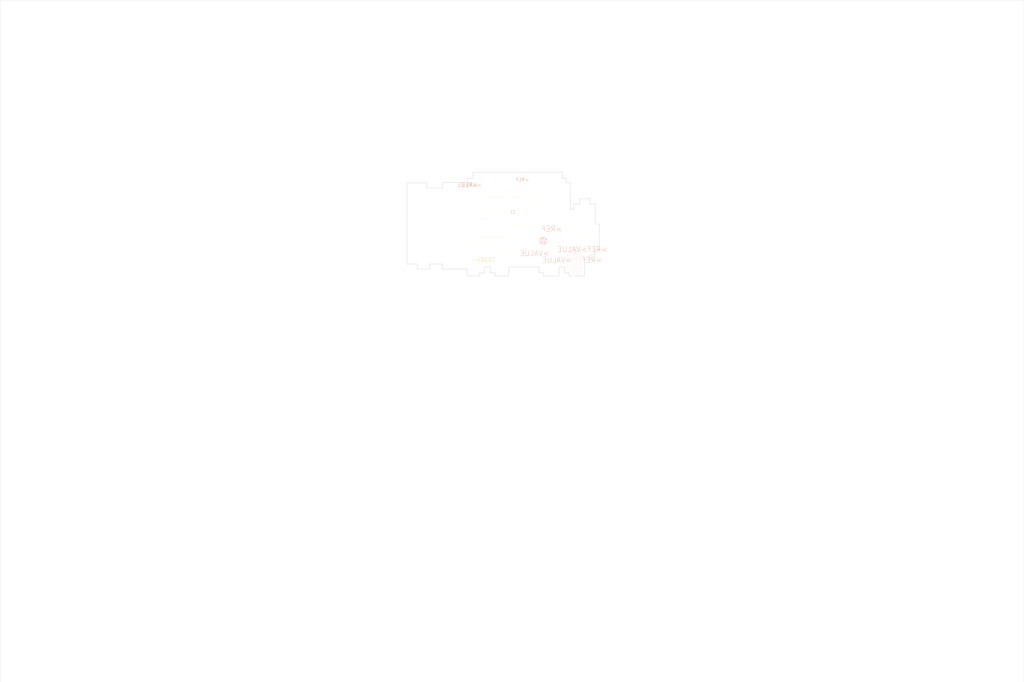
<source format=kicad_pcb>
(kicad_pcb (version 20171130) (host pcbnew 5.0.2)
  (general
    (links 0)
    (no_connects 0)
    (area 0 0 0 0)
    (thickness 1.6)
    (drawings 10)
    (tracks 0)
    (zones 0)
    (modules 0)
    (nets 1))
  (page A4)  (layers    
    (0 F.Cu signal)
    (31 B.Cu signal)
    (32 B.Adhes user)
    (33 F.Adhes user)
    (34 B.Paste user)
    (35 F.Paste user)
    (36 B.SilkS user)
    (37 F.SilkS user)
    (38 B.Mask user)
    (39 F.Mask user)
    (40 Dwgs.User user)
    (41 Cmts.User user)
    (42 Eco1.User user)
    (43 Eco2.User user)
    (44 Edge.Cuts user)
    (45 Margin user)
    (46 B.CrtYd user)
    (47 F.CrtYd user)
    (48 B.Fab user)
    (49 F.Fab user))
  (setup
    (last_trace_width 0)
    (trace_clearance 0.2)
    (zone_clearance 0)
    (zone_45_only no)
    (trace_min 0.13)
    (segment_width 0.2)
    (edge_width 0.15)
    (via_size 0.5588)
    (via_drill 0.254)
    (via_min_size 0.5588)
    (via_min_drill 0.254)
    (uvia_size 0.01)
    (uvia_drill 0)
    (uvias_allowed no)
    (uvia_min_size 0)
    (uvia_min_drill 0)
    (pcb_text_width 0.3)
    (pcb_text_size 1.5 1.5)
    (mod_edge_width 0.15)
    (mod_text_size 1 1)
    (mod_text_width 0.15)
    (pad_size 1.524 1.524)
    (pad_drill 0.762)
    (pad_to_mask_clearance 0.051)
    (aux_axis_origin 0 0)
    (visible_elements FFFFFF7F)
    (pcbplotparams
      (layerselection 0x00030_80000001)
      (usegerberextensions false)
      (excludeedgelayer true)
      (linewidth 0.050000)
      (plotframeref false)
      (viasonmask false)
      (mode 1)
      (useauxorigin false)
      (hpglpennumber 1)
      (hpglpenspeed 20)
      (hpglpendiameter 15)
      (hpglpenoverlay 2)
      (psnegative false)
      (psa4output false)
      (plotreference true)
      (plotvalue true)
      (plotinvisibletext false)
      (padsonsilk false)
      (subtractmaskfromsilk false)
      (outputformat 1)
      (mirror false)
      (drillshape 1)
      (scaleselection 1)
      (outputdirectory ""))
  )  
  (gr_line (start -1.5 205.0) (end 298.5 205.0) (layer Edge.Cuts) (width 0.05))
  (gr_line (start 298.5 205.0) (end 298.5 5.0) (layer Edge.Cuts) (width 0.05))
  (gr_line (start 298.5 5.0) (end -1.5 5.0) (layer Edge.Cuts) (width 0.05))
  (gr_line (start -1.5 5.0) (end -1.5 205.0) (layer Edge.Cuts) (width 0.05))
  (gr_text ">REF" (at 151.4856 57.6914 0.0) (layer B.SilkS)
    (effects (font (size 1.0 1.0) (thickness 0.10)) (justify mirror)))
  (gr_text ">VALUE" (at 151.4856 58.6914 0.0) (layer B.Fab)
    (effects (font (size 1.0 1.0) (thickness 0.10)) (justify mirror)))
  (gr_text ">REF" (at 140.2969 81.15046 0.0) (layer F.SilkS)
    (effects (font (size 1.27 1.27) (thickness 0.10)) (justify )))
  (gr_text ">VALUE" (at 140.2969 81.15046 0.0) (layer F.SilkS)
    (effects (font (size 1.27 1.27) (thickness 0.10)) (justify )))
  (gr_line (start 149.040922 55.415645) (end 137.098212 55.415645) (layer Edge.Cuts) (width 0.1))
  (gr_line (start 163.210595 55.415645) (end 149.040922 55.415645) (layer Edge.Cuts) (width 0.1))
  (gr_line (start 163.210595 57.258943) (end 163.210595 55.415645) (layer Edge.Cuts) (width 0.1))
  (gr_line (start 164.310269 57.258943) (end 163.210595 57.258943) (layer Edge.Cuts) (width 0.1))
  (gr_line (start 164.310269 58.52295) (end 164.310269 57.258943) (layer Edge.Cuts) (width 0.1))
  (gr_line (start 165.521102 58.52295) (end 164.310269 58.52295) (layer Edge.Cuts) (width 0.1))
  (gr_line (start 165.521102 62.718058) (end 165.521102 58.52295) (layer Edge.Cuts) (width 0.1))
  (gr_line (start 165.521102 66.358661) (end 165.521102 62.718058) (layer Edge.Cuts) (width 0.1))
  (gr_line (start 166.617162 66.355061) (end 165.521102 66.358661) (layer Edge.Cuts) (width 0.1))
  (gr_line (start 166.617162 64.776864) (end 166.617162 66.355061) (layer Edge.Cuts) (width 0.1))
  (gr_line (start 168.318352 64.776864) (end 166.617162 64.776864) (layer Edge.Cuts) (width 0.1))
  (gr_line (start 168.318352 63.249308) (end 168.318352 64.776864) (layer Edge.Cuts) (width 0.1))
  (gr_line (start 171.327982 63.249308) (end 168.318352 63.249308) (layer Edge.Cuts) (width 0.1))
  (gr_line (start 171.327982 64.776864) (end 171.327982 63.249308) (layer Edge.Cuts) (width 0.1))
  (gr_line (start 172.872592 64.776864) (end 171.327982 64.776864) (layer Edge.Cuts) (width 0.1))
  (gr_line (start 172.872592 70.673103) (end 172.872592 64.776864) (layer Edge.Cuts) (width 0.1))
  (gr_line (start 174.107142 70.673103) (end 172.872592 70.673103) (layer Edge.Cuts) (width 0.1))
  (gr_line (start 174.107142 78.309827) (end 174.107142 70.673103) (layer Edge.Cuts) (width 0.1))
  (gr_line (start 172.872592 78.309827) (end 174.107142 78.309827) (layer Edge.Cuts) (width 0.1))
  (gr_line (start 172.872592 79.698374) (end 172.872592 78.309827) (layer Edge.Cuts) (width 0.1))
  (gr_line (start 171.394142 79.698374) (end 172.872592 79.698374) (layer Edge.Cuts) (width 0.1))
  (gr_line (start 171.394142 81.128261) (end 171.394142 79.698374) (layer Edge.Cuts) (width 0.1))
  (gr_line (start 169.775122 81.128261) (end 171.394142 81.128261) (layer Edge.Cuts) (width 0.1))
  (gr_line (start 169.775122 83.188601) (end 169.775122 81.128261) (layer Edge.Cuts) (width 0.1))
  (gr_line (start 169.775122 85.862293) (end 169.775122 83.188601) (layer Edge.Cuts) (width 0.1))
  (gr_line (start 167.487922 85.862293) (end 169.775122 85.862293) (layer Edge.Cuts) (width 0.1))
  (gr_line (start 165.210158 85.862293) (end 167.487922 85.862293) (layer Edge.Cuts) (width 0.1))
  (gr_line (start 165.210158 84.972106) (end 165.210158 85.862293) (layer Edge.Cuts) (width 0.1))
  (gr_line (start 163.915917 84.972106) (end 165.210158 84.972106) (layer Edge.Cuts) (width 0.1))
  (gr_line (start 163.915917 83.278472) (end 163.915917 84.972106) (layer Edge.Cuts) (width 0.1))
  (gr_line (start 162.276877 83.278472) (end 163.915917 83.278472) (layer Edge.Cuts) (width 0.1))
  (gr_line (start 162.276877 85.862293) (end 162.276877 83.278472) (layer Edge.Cuts) (width 0.1))
  (gr_line (start 160.120937 85.862293) (end 162.276877 85.862293) (layer Edge.Cuts) (width 0.1))
  (gr_line (start 157.691531 85.862293) (end 160.120937 85.862293) (layer Edge.Cuts) (width 0.1))
  (gr_line (start 157.691531 84.972106) (end 157.691531 85.862293) (layer Edge.Cuts) (width 0.1))
  (gr_line (start 156.414047 84.972106) (end 157.691531 84.972106) (layer Edge.Cuts) (width 0.1))
  (gr_line (start 156.414047 83.278472) (end 156.414047 84.972106) (layer Edge.Cuts) (width 0.1))
  (gr_line (start 147.560455 83.278472) (end 156.414047 83.278472) (layer Edge.Cuts) (width 0.1))
  (gr_line (start 147.560455 84.475819) (end 147.560455 83.278472) (layer Edge.Cuts) (width 0.1))
  (gr_line (start 147.560455 85.862293) (end 147.560455 84.475819) (layer Edge.Cuts) (width 0.1))
  (gr_line (start 144.128625 85.862293) (end 147.560455 85.862293) (layer Edge.Cuts) (width 0.1))
  (gr_line (start 143.523115 85.862293) (end 144.128625 85.862293) (layer Edge.Cuts) (width 0.1))
  (gr_line (start 143.523115 84.972106) (end 143.523115 85.862293) (layer Edge.Cuts) (width 0.1))
  (gr_line (start 142.186485 84.972106) (end 143.523115 84.972106) (layer Edge.Cuts) (width 0.1))
  (gr_line (start 142.186485 83.278472) (end 142.186485 84.972106) (layer Edge.Cuts) (width 0.1))
  (gr_line (start 140.399145 83.278472) (end 142.186485 83.278472) (layer Edge.Cuts) (width 0.1))
  (gr_line (start 140.399145 84.972106) (end 140.399145 83.278472) (layer Edge.Cuts) (width 0.1))
  (gr_line (start 139.042775 84.972106) (end 140.399145 84.972106) (layer Edge.Cuts) (width 0.1))
  (gr_line (start 139.042775 85.862293) (end 139.042775 84.972106) (layer Edge.Cuts) (width 0.1))
  (gr_line (start 135.345825 85.862293) (end 139.042775 85.862293) (layer Edge.Cuts) (width 0.1))
  (gr_line (start 135.345825 83.835032) (end 135.345825 85.862293) (layer Edge.Cuts) (width 0.1))
  (gr_line (start 134.522105 83.835032) (end 135.345825 83.835032) (layer Edge.Cuts) (width 0.1))
  (gr_line (start 134.522105 83.836132) (end 134.522105 83.835032) (layer Edge.Cuts) (width 0.1))
  (gr_line (start 128.079085 83.836132) (end 134.522105 83.836132) (layer Edge.Cuts) (width 0.1))
  (gr_line (start 128.079085 82.396428) (end 128.079085 83.836132) (layer Edge.Cuts) (width 0.1))
  (gr_line (start 124.338235 82.396428) (end 128.079085 82.396428) (layer Edge.Cuts) (width 0.1))
  (gr_line (start 124.338235 83.836132) (end 124.338235 82.396428) (layer Edge.Cuts) (width 0.1))
  (gr_line (start 120.749305 83.836132) (end 124.338235 83.836132) (layer Edge.Cuts) (width 0.1))
  (gr_line (start 120.749305 82.396428) (end 120.749305 83.836132) (layer Edge.Cuts) (width 0.1))
  (gr_line (start 117.70614 82.39506) (end 120.749305 82.396428) (layer Edge.Cuts) (width 0.1))
  (gr_line (start 117.7163 58.59272) (end 117.70614 82.39506) (layer Edge.Cuts) (width 0.1))
  (gr_line (start 120.850595 58.593228) (end 117.7163 58.59272) (layer Edge.Cuts) (width 0.1))
  (gr_line (start 123.506245 58.593228) (end 120.850595 58.593228) (layer Edge.Cuts) (width 0.1))
  (gr_line (start 123.506245 60.076342) (end 123.506245 58.593228) (layer Edge.Cuts) (width 0.1))
  (gr_line (start 128.180375 60.076342) (end 123.506245 60.076342) (layer Edge.Cuts) (width 0.1))
  (gr_line (start 128.180375 58.52295) (end 128.180375 60.076342) (layer Edge.Cuts) (width 0.1))
  (gr_line (start 132.986365 58.52295) (end 128.180375 58.52295) (layer Edge.Cuts) (width 0.1))
  (gr_line (start 134.623395 58.52295) (end 132.986365 58.52295) (layer Edge.Cuts) (width 0.1))
  (gr_line (start 135.494168 58.52295) (end 134.623395 58.52295) (layer Edge.Cuts) (width 0.1))
  (gr_line (start 135.494168 57.258943) (end 135.494168 58.52295) (layer Edge.Cuts) (width 0.1))
  (gr_line (start 137.098212 57.258943) (end 135.494168 57.258943) (layer Edge.Cuts) (width 0.1))
  (gr_line (start 137.098212 55.415645) (end 137.098212 57.258943) (layer Edge.Cuts) (width 0.1))
  (gr_line (start 168.385067 73.91146) (end 166.670567 73.91146) (layer F.SilkS) (width 0.01))
  (gr_line (start 166.670567 73.91146) (end 166.670567 72.19696) (layer F.SilkS) (width 0.01))
  (gr_line (start 166.670567 72.19696) (end 168.385067 72.19696) (layer F.SilkS) (width 0.01))
  (gr_line (start 168.385067 72.19696) (end 168.385067 73.91146) (layer F.SilkS) (width 0.01))
  (gr_line (start 168.385067 73.91146) (end 168.385067 73.91146) (layer F.SilkS) (width 0.01))
  (gr_line (start 158.3944 73.91146) (end 156.701067 73.91146) (layer F.SilkS) (width 0.01))
  (gr_line (start 156.701067 73.91146) (end 156.701067 72.19696) (layer F.SilkS) (width 0.01))
  (gr_line (start 156.701067 72.19696) (end 158.3944 72.19696) (layer F.SilkS) (width 0.01))
  (gr_line (start 158.3944 72.19696) (end 158.3944 73.91146) (layer F.SilkS) (width 0.01))
  (gr_line (start 158.3944 73.91146) (end 158.3944 73.91146) (layer F.SilkS) (width 0.01))
  (gr_line (start 172.35932 77.7875) (end 169.3672 77.78496) (layer F.SilkS) (width 0.01))
  (gr_line (start 169.3672 77.78496) (end 169.36212 74.95032) (layer F.SilkS) (width 0.01))
  (gr_line (start 169.36212 74.95032) (end 172.46346 74.95032) (layer F.SilkS) (width 0.01))
  (gr_line (start 172.46346 74.95032) (end 172.46346 77.7875) (layer F.SilkS) (width 0.01))
  (gr_line (start 172.46346 77.7875) (end 172.35932 77.7875) (layer F.SilkS) (width 0.01))
  (gr_line (start 156.785734 77.84846) (end 153.525781 77.84846) (layer F.SilkS) (width 0.01))
  (gr_line (start 153.525781 77.84846) (end 153.531216 76.361502) (layer F.SilkS) (width 0.01))
  (gr_line (start 153.531216 76.361502) (end 153.53665 74.874544) (layer F.SilkS) (width 0.01))
  (gr_line (start 153.53665 74.874544) (end 155.161192 74.86912) (layer F.SilkS) (width 0.01))
  (gr_line (start 155.161192 74.86912) (end 156.78912 74.86904) (layer F.SilkS) (width 0.01))
  (gr_line (start 156.78912 74.86904) (end 156.785734 77.84846) (layer F.SilkS) (width 0.01))
  (gr_line (start 156.785734 77.84846) (end 156.785734 77.84846) (layer F.SilkS) (width 0.01))
  (gr_line (start 140.386859 59.99452) (end 140.460296 59.994542) (layer F.SilkS) (width 0.01))
  (gr_line (start 140.460296 59.994542) (end 140.574536 59.994588) (layer F.SilkS) (width 0.01))
  (gr_line (start 140.574536 59.994588) (end 140.728051 59.994656) (layer F.SilkS) (width 0.01))
  (gr_line (start 140.728051 59.994656) (end 140.919309 59.994746) (layer F.SilkS) (width 0.01))
  (gr_line (start 140.919309 59.994746) (end 141.146782 59.994858) (layer F.SilkS) (width 0.01))
  (gr_line (start 141.146782 59.994858) (end 141.40894 59.99499) (layer F.SilkS) (width 0.01))
  (gr_line (start 141.40894 59.99499) (end 141.704252 59.995141) (layer F.SilkS) (width 0.01))
  (gr_line (start 141.704252 59.995141) (end 142.03119 59.995311) (layer F.SilkS) (width 0.01))
  (gr_line (start 142.03119 59.995311) (end 142.388223 59.995499) (layer F.SilkS) (width 0.01))
  (gr_line (start 142.388223 59.995499) (end 142.773821 59.995704) (layer F.SilkS) (width 0.01))
  (gr_line (start 142.773821 59.995704) (end 143.186456 59.995925) (layer F.SilkS) (width 0.01))
  (gr_line (start 143.186456 59.995925) (end 143.624596 59.996161) (layer F.SilkS) (width 0.01))
  (gr_line (start 143.624596 59.996161) (end 144.086714 59.996412) (layer F.SilkS) (width 0.01))
  (gr_line (start 144.086714 59.996412) (end 144.571277 59.996677) (layer F.SilkS) (width 0.01))
  (gr_line (start 144.571277 59.996677) (end 145.076758 59.996954) (layer F.SilkS) (width 0.01))
  (gr_line (start 145.076758 59.996954) (end 145.601626 59.997244) (layer F.SilkS) (width 0.01))
  (gr_line (start 145.601626 59.997244) (end 146.144351 59.997544) (layer F.SilkS) (width 0.01))
  (gr_line (start 146.144351 59.997544) (end 146.703404 59.997855) (layer F.SilkS) (width 0.01))
  (gr_line (start 146.703404 59.997855) (end 147.277255 59.998176) (layer F.SilkS) (width 0.01))
  (gr_line (start 147.277255 59.998176) (end 147.864375 59.998505) (layer F.SilkS) (width 0.01))
  (gr_line (start 147.864375 59.998505) (end 148.463232 59.998843) (layer F.SilkS) (width 0.01))
  (gr_line (start 148.463232 59.998843) (end 149.072299 59.999187) (layer F.SilkS) (width 0.01))
  (gr_line (start 149.072299 59.999187) (end 149.690044 59.999538) (layer F.SilkS) (width 0.01))
  (gr_line (start 149.690044 59.999538) (end 150.17115 59.999812) (layer F.SilkS) (width 0.01))
  (gr_line (start 150.17115 59.999812) (end 159.198734 60.00496) (layer F.SilkS) (width 0.01))
  (gr_line (start 159.198734 60.00496) (end 159.198734 60.978627) (layer F.SilkS) (width 0.01))
  (gr_line (start 159.198734 60.978627) (end 160.2359 60.978627) (layer F.SilkS) (width 0.01))
  (gr_line (start 160.2359 60.978627) (end 160.2359 61.97346) (layer F.SilkS) (width 0.01))
  (gr_line (start 160.2359 61.97346) (end 161.146067 61.97346) (layer F.SilkS) (width 0.01))
  (gr_line (start 161.146067 61.97346) (end 161.146067 67.773127) (layer F.SilkS) (width 0.01))
  (gr_line (start 161.146067 67.773127) (end 159.431567 67.773127) (layer F.SilkS) (width 0.01))
  (gr_line (start 159.431567 67.773127) (end 159.431567 66.397294) (layer F.SilkS) (width 0.01))
  (gr_line (start 159.431567 66.397294) (end 157.907567 66.397294) (layer F.SilkS) (width 0.01))
  (gr_line (start 157.907567 66.397294) (end 157.907567 65.000294) (layer F.SilkS) (width 0.01))
  (gr_line (start 157.907567 65.000294) (end 156.4259 65.000294) (layer F.SilkS) (width 0.01))
  (gr_line (start 156.4259 65.000294) (end 156.4259 63.49746) (layer F.SilkS) (width 0.01))
  (gr_line (start 156.4259 63.49746) (end 153.6319 63.49746) (layer F.SilkS) (width 0.01))
  (gr_line (start 153.6319 63.49746) (end 153.6319 65.000294) (layer F.SilkS) (width 0.01))
  (gr_line (start 153.6319 65.000294) (end 152.192567 65.000294) (layer F.SilkS) (width 0.01))
  (gr_line (start 152.192567 65.000294) (end 152.192567 70.821127) (layer F.SilkS) (width 0.01))
  (gr_line (start 152.192567 70.821127) (end 148.05406 70.82282) (layer F.SilkS) (width 0.01))
  (gr_line (start 148.05406 70.82282) (end 148.05406 72.08774) (layer F.SilkS) (width 0.01))
  (gr_line (start 148.05406 72.08774) (end 149.22754 72.08774) (layer F.SilkS) (width 0.01))
  (gr_line (start 149.22754 72.08774) (end 149.22246 70.824513) (layer F.SilkS) (width 0.01))
  (gr_line (start 149.22246 70.824513) (end 150.76932 70.82282) (layer F.SilkS) (width 0.01))
  (gr_line (start 150.76932 70.82282) (end 150.76932 78.2447) (layer F.SilkS) (width 0.01))
  (gr_line (start 150.76932 78.2447) (end 152.1714 78.250627) (layer F.SilkS) (width 0.01))
  (gr_line (start 152.1714 78.250627) (end 152.17902 79.08798) (layer F.SilkS) (width 0.01))
  (gr_line (start 152.17902 79.08798) (end 151.2443 79.08798) (layer F.SilkS) (width 0.01))
  (gr_line (start 151.2443 79.08798) (end 151.13762 79.08798) (layer F.SilkS) (width 0.01))
  (gr_line (start 151.13762 79.08798) (end 150.99284 79.08798) (layer F.SilkS) (width 0.01))
  (gr_line (start 150.99284 79.08798) (end 150.80488 79.08798) (layer F.SilkS) (width 0.01))
  (gr_line (start 150.80488 79.08798) (end 150.58898 79.08798) (layer F.SilkS) (width 0.01))
  (gr_line (start 150.58898 79.08798) (end 150.3426 79.08798) (layer F.SilkS) (width 0.01))
  (gr_line (start 150.3426 79.08798) (end 150.05558 79.08798) (layer F.SilkS) (width 0.01))
  (gr_line (start 150.05558 79.08798) (end 149.74062 79.08798) (layer F.SilkS) (width 0.01))
  (gr_line (start 149.74062 79.08798) (end 149.40026 79.08798) (layer F.SilkS) (width 0.01))
  (gr_line (start 149.40026 79.08798) (end 149.04466 79.08798) (layer F.SilkS) (width 0.01))
  (gr_line (start 149.04466 79.08798) (end 148.65475 79.08798) (layer F.SilkS) (width 0.01))
  (gr_line (start 148.65475 79.08798) (end 148.2471 79.08798) (layer F.SilkS) (width 0.01))
  (gr_line (start 148.2471 79.08798) (end 147.81784 79.08798) (layer F.SilkS) (width 0.01))
  (gr_line (start 147.81784 79.08798) (end 147.39874 79.08798) (layer F.SilkS) (width 0.01))
  (gr_line (start 147.39874 79.08798) (end 146.9136 79.08798) (layer F.SilkS) (width 0.01))
  (gr_line (start 146.9136 79.08798) (end 146.46656 79.08798) (layer F.SilkS) (width 0.01))
  (gr_line (start 146.46656 79.08798) (end 145.97888 79.08798) (layer F.SilkS) (width 0.01))
  (gr_line (start 145.97888 79.08798) (end 145.5039 79.08798) (layer F.SilkS) (width 0.01))
  (gr_line (start 145.5039 79.08798) (end 145.02384 79.08798) (layer F.SilkS) (width 0.01))
  (gr_line (start 145.02384 79.08798) (end 144.92224 79.08798) (layer F.SilkS) (width 0.01))
  (gr_line (start 144.92224 79.08798) (end 139.59332 79.08925) (layer F.SilkS) (width 0.01))
  (gr_line (start 139.59332 79.08925) (end 139.59332 78.02499) (layer F.SilkS) (width 0.01))
  (gr_line (start 139.59332 78.02499) (end 138.751734 78.017794) (layer F.SilkS) (width 0.01))
  (gr_line (start 138.751734 78.017794) (end 138.751734 77.02296) (layer F.SilkS) (width 0.01))
  (gr_line (start 138.751734 77.02296) (end 137.608734 77.02296) (layer F.SilkS) (width 0.01))
  (gr_line (start 137.608734 77.02296) (end 137.608734 75.710627) (layer F.SilkS) (width 0.01))
  (gr_line (start 137.608734 75.710627) (end 142.117234 75.710627) (layer F.SilkS) (width 0.01))
  (gr_line (start 142.117234 75.710627) (end 142.117234 76.95946) (layer F.SilkS) (width 0.01))
  (gr_line (start 142.117234 76.95946) (end 143.3449 76.95946) (layer F.SilkS) (width 0.01))
  (gr_line (start 143.3449 76.95946) (end 143.3449 75.710627) (layer F.SilkS) (width 0.01))
  (gr_line (start 143.3449 75.710627) (end 142.117234 75.710627) (layer F.SilkS) (width 0.01))
  (gr_line (start 142.117234 75.710627) (end 137.608734 75.710627) (layer F.SilkS) (width 0.01))
  (gr_line (start 137.608734 75.710627) (end 137.608734 74.398294) (layer F.SilkS) (width 0.01))
  (gr_line (start 137.608734 74.398294) (end 146.60372 74.39914) (layer F.SilkS) (width 0.01))
  (gr_line (start 146.60372 74.39914) (end 146.60372 75.66406) (layer F.SilkS) (width 0.01))
  (gr_line (start 146.60372 75.66406) (end 147.20824 75.663326) (layer F.SilkS) (width 0.01))
  (gr_line (start 147.20824 75.663326) (end 147.83054 75.66406) (layer F.SilkS) (width 0.01))
  (gr_line (start 147.83054 75.66406) (end 147.83054 75.02906) (layer F.SilkS) (width 0.01))
  (gr_line (start 147.83054 75.02906) (end 147.83054 74.3966) (layer F.SilkS) (width 0.01))
  (gr_line (start 147.83054 74.3966) (end 146.60626 74.3966) (layer F.SilkS) (width 0.01))
  (gr_line (start 146.60626 74.3966) (end 137.608734 74.398294) (layer F.SilkS) (width 0.01))
  (gr_line (start 137.608734 74.398294) (end 137.608734 72.13346) (layer F.SilkS) (width 0.01))
  (gr_line (start 137.608734 72.13346) (end 140.000567 72.13346) (layer F.SilkS) (width 0.01))
  (gr_line (start 140.000567 72.13346) (end 140.000567 73.382294) (layer F.SilkS) (width 0.01))
  (gr_line (start 140.000567 73.382294) (end 141.228234 73.382294) (layer F.SilkS) (width 0.01))
  (gr_line (start 141.228234 73.382294) (end 141.228234 72.13346) (layer F.SilkS) (width 0.01))
  (gr_line (start 141.228234 72.13346) (end 140.000567 72.13346) (layer F.SilkS) (width 0.01))
  (gr_line (start 140.000567 72.13346) (end 137.608734 72.13346) (layer F.SilkS) (width 0.01))
  (gr_line (start 137.608734 72.13346) (end 137.608734 69.297127) (layer F.SilkS) (width 0.01))
  (gr_line (start 137.608734 69.297127) (end 142.498234 69.297127) (layer F.SilkS) (width 0.01))
  (gr_line (start 142.498234 69.297127) (end 142.498234 70.54596) (layer F.SilkS) (width 0.01))
  (gr_line (start 142.498234 70.54596) (end 143.7259 70.54596) (layer F.SilkS) (width 0.01))
  (gr_line (start 143.7259 70.54596) (end 143.7259 69.297127) (layer F.SilkS) (width 0.01))
  (gr_line (start 143.7259 69.297127) (end 142.498234 69.297127) (layer F.SilkS) (width 0.01))
  (gr_line (start 142.498234 69.297127) (end 137.608734 69.297127) (layer F.SilkS) (width 0.01))
  (gr_line (start 137.608734 69.297127) (end 137.608734 66.630127) (layer F.SilkS) (width 0.01))
  (gr_line (start 137.608734 66.630127) (end 146.0754 66.630127) (layer F.SilkS) (width 0.01))
  (gr_line (start 146.0754 66.630127) (end 146.0754 67.87896) (layer F.SilkS) (width 0.01))
  (gr_line (start 146.0754 67.87896) (end 147.303067 67.87896) (layer F.SilkS) (width 0.01))
  (gr_line (start 147.303067 67.87896) (end 147.303067 66.630127) (layer F.SilkS) (width 0.01))
  (gr_line (start 147.303067 66.630127) (end 146.0754 66.630127) (layer F.SilkS) (width 0.01))
  (gr_line (start 146.0754 66.630127) (end 137.608734 66.630127) (layer F.SilkS) (width 0.01))
  (gr_line (start 137.608734 66.630127) (end 137.608734 63.349294) (layer F.SilkS) (width 0.01))
  (gr_line (start 137.608734 63.349294) (end 141.2494 63.349294) (layer F.SilkS) (width 0.01))
  (gr_line (start 141.2494 63.349294) (end 141.2494 64.619294) (layer F.SilkS) (width 0.01))
  (gr_line (start 141.2494 64.619294) (end 142.477067 64.619294) (layer F.SilkS) (width 0.01))
  (gr_line (start 142.477067 64.619294) (end 142.477067 63.349294) (layer F.SilkS) (width 0.01))
  (gr_line (start 142.477067 63.349294) (end 141.2494 63.349294) (layer F.SilkS) (width 0.01))
  (gr_line (start 141.2494 63.349294) (end 137.608734 63.349294) (layer F.SilkS) (width 0.01))
  (gr_line (start 137.608734 63.349294) (end 137.608734 62.693127) (layer F.SilkS) (width 0.01))
  (gr_line (start 137.608734 62.693127) (end 157.780567 62.693127) (layer F.SilkS) (width 0.01))
  (gr_line (start 157.780567 62.693127) (end 157.780567 63.920794) (layer F.SilkS) (width 0.01))
  (gr_line (start 157.780567 63.920794) (end 159.008234 63.920794) (layer F.SilkS) (width 0.01))
  (gr_line (start 159.008234 63.920794) (end 159.008234 62.693127) (layer F.SilkS) (width 0.01))
  (gr_line (start 159.008234 62.693127) (end 157.780567 62.693127) (layer F.SilkS) (width 0.01))
  (gr_line (start 157.780567 62.693127) (end 137.608734 62.693127) (layer F.SilkS) (width 0.01))
  (gr_line (start 137.608734 62.693127) (end 137.608734 61.97346) (layer F.SilkS) (width 0.01))
  (gr_line (start 137.608734 61.97346) (end 138.751734 61.97346) (layer F.SilkS) (width 0.01))
  (gr_line (start 138.751734 61.97346) (end 138.751734 61.14796) (layer F.SilkS) (width 0.01))
  (gr_line (start 138.751734 61.14796) (end 147.514734 61.14796) (layer F.SilkS) (width 0.01))
  (gr_line (start 147.514734 61.14796) (end 147.514734 62.396794) (layer F.SilkS) (width 0.01))
  (gr_line (start 147.514734 62.396794) (end 148.7424 62.396794) (layer F.SilkS) (width 0.01))
  (gr_line (start 148.7424 62.396794) (end 148.7424 61.14796) (layer F.SilkS) (width 0.01))
  (gr_line (start 148.7424 61.14796) (end 151.959734 61.14796) (layer F.SilkS) (width 0.01))
  (gr_line (start 151.959734 61.14796) (end 151.959734 62.375627) (layer F.SilkS) (width 0.01))
  (gr_line (start 151.959734 62.375627) (end 153.166234 62.375627) (layer F.SilkS) (width 0.01))
  (gr_line (start 153.166234 62.375627) (end 153.166234 61.14796) (layer F.SilkS) (width 0.01))
  (gr_line (start 153.166234 61.14796) (end 151.959734 61.14796) (layer F.SilkS) (width 0.01))
  (gr_line (start 151.959734 61.14796) (end 148.7424 61.14796) (layer F.SilkS) (width 0.01))
  (gr_line (start 148.7424 61.14796) (end 147.514734 61.14796) (layer F.SilkS) (width 0.01))
  (gr_line (start 147.514734 61.14796) (end 138.751734 61.14796) (layer F.SilkS) (width 0.01))
  (gr_line (start 138.751734 61.14796) (end 138.751734 60.978627) (layer F.SilkS) (width 0.01))
  (gr_line (start 138.751734 60.978627) (end 139.62126 60.98032) (layer F.SilkS) (width 0.01))
  (gr_line (start 139.62126 60.98032) (end 139.624468 60.486502) (layer F.SilkS) (width 0.01))
  (gr_line (start 139.624468 60.486502) (end 139.63015 59.98972) (layer F.SilkS) (width 0.01))
  (gr_line (start 139.63015 59.98972) (end 140.386859 59.99452) (layer F.SilkS) (width 0.01))
  (gr_line (start 140.386859 59.99452) (end 140.386859 59.99452) (layer F.SilkS) (width 0.01))
  (gr_line (start 134.746182 74.813341) (end 134.74446 75.68438) (layer F.Mask) (width 0.01))
  (gr_line (start 134.74446 75.68438) (end 133.814609 75.684391) (layer F.Mask) (width 0.01))
  (gr_line (start 133.814609 75.684391) (end 132.89788 75.68184) (layer F.Mask) (width 0.01))
  (gr_line (start 132.89788 75.68184) (end 132.90042 76.96708) (layer F.Mask) (width 0.01))
  (gr_line (start 132.90042 76.96708) (end 126.665567 76.95946) (layer F.Mask) (width 0.01))
  (gr_line (start 126.665567 76.95946) (end 126.665567 75.160294) (layer F.Mask) (width 0.01))
  (gr_line (start 126.665567 75.160294) (end 128.20904 75.16114) (layer F.Mask) (width 0.01))
  (gr_line (start 128.20904 75.16114) (end 128.20904 74.95794) (layer F.Mask) (width 0.01))
  (gr_line (start 128.20904 74.95794) (end 128.20904 74.86142) (layer F.Mask) (width 0.01))
  (gr_line (start 128.20904 74.86142) (end 128.20904 74.7395) (layer F.Mask) (width 0.01))
  (gr_line (start 128.20904 74.7395) (end 128.20904 74.56932) (layer F.Mask) (width 0.01))
  (gr_line (start 128.20904 74.56932) (end 128.210328 74.453225) (layer F.Mask) (width 0.01))
  (gr_line (start 128.210328 74.453225) (end 128.210624 74.374836) (layer F.Mask) (width 0.01))
  (gr_line (start 128.210624 74.374836) (end 128.20904 73.98258) (layer F.Mask) (width 0.01))
  (gr_line (start 128.20904 73.98258) (end 129.570173 73.98122) (layer F.Mask) (width 0.01))
  (gr_line (start 129.570173 73.98122) (end 129.83718 73.98258) (layer F.Mask) (width 0.01))
  (gr_line (start 129.83718 73.98258) (end 130.14198 73.98004) (layer F.Mask) (width 0.01))
  (gr_line (start 130.14198 73.98004) (end 130.450614 73.980905) (layer F.Mask) (width 0.01))
  (gr_line (start 130.450614 73.980905) (end 130.78206 73.98258) (layer F.Mask) (width 0.01))
  (gr_line (start 130.78206 73.98258) (end 131.14274 73.98258) (layer F.Mask) (width 0.01))
  (gr_line (start 131.14274 73.98258) (end 131.49834 73.98258) (layer F.Mask) (width 0.01))
  (gr_line (start 131.49834 73.98258) (end 131.86156 73.98258) (layer F.Mask) (width 0.01))
  (gr_line (start 131.86156 73.98258) (end 132.21208 73.98258) (layer F.Mask) (width 0.01))
  (gr_line (start 132.21208 73.98258) (end 132.54482 73.98258) (layer F.Mask) (width 0.01))
  (gr_line (start 132.54482 73.98258) (end 132.86994 73.98258) (layer F.Mask) (width 0.01))
  (gr_line (start 132.86994 73.98258) (end 132.88264 73.98258) (layer F.Mask) (width 0.01))
  (gr_line (start 132.88264 73.98258) (end 134.747 73.98258) (layer F.Mask) (width 0.01))
  (gr_line (start 134.747 73.98258) (end 134.746182 74.813341) (layer F.Mask) (width 0.01))
  (gr_line (start 134.746182 74.813341) (end 134.746182 74.813341) (layer F.Mask) (width 0.01))
  (gr_line (start 162.7124 58.692627) (end 163.7919 58.692627) (layer F.Mask) (width 0.01))
  (gr_line (start 163.7919 58.692627) (end 163.7919 67.773127) (layer F.Mask) (width 0.01))
  (gr_line (start 163.7919 67.773127) (end 161.019067 67.773127) (layer F.Mask) (width 0.01))
  (gr_line (start 161.019067 67.773127) (end 161.019067 62.10046) (layer F.Mask) (width 0.01))
  (gr_line (start 161.019067 62.10046) (end 160.1089 62.10046) (layer F.Mask) (width 0.01))
  (gr_line (start 160.1089 62.10046) (end 160.1089 61.105627) (layer F.Mask) (width 0.01))
  (gr_line (start 160.1089 61.105627) (end 159.071734 61.105627) (layer F.Mask) (width 0.01))
  (gr_line (start 159.071734 61.105627) (end 159.071734 60.13196) (layer F.Mask) (width 0.01))
  (gr_line (start 159.071734 60.13196) (end 155.044775 60.131956) (layer F.Mask) (width 0.01))
  (gr_line (start 155.044775 60.131956) (end 154.642135 60.131893) (layer F.Mask) (width 0.01))
  (gr_line (start 154.642135 60.131893) (end 154.201021 60.131711) (layer F.Mask) (width 0.01))
  (gr_line (start 154.201021 60.131711) (end 153.725293 60.131414) (layer F.Mask) (width 0.01))
  (gr_line (start 153.725293 60.131414) (end 153.218809 60.131007) (layer F.Mask) (width 0.01))
  (gr_line (start 153.218809 60.131007) (end 152.685431 60.130498) (layer F.Mask) (width 0.01))
  (gr_line (start 152.685431 60.130498) (end 152.129015 60.129891) (layer F.Mask) (width 0.01))
  (gr_line (start 152.129015 60.129891) (end 151.553423 60.129192) (layer F.Mask) (width 0.01))
  (gr_line (start 151.553423 60.129192) (end 150.962514 60.128406) (layer F.Mask) (width 0.01))
  (gr_line (start 150.962514 60.128406) (end 150.360146 60.12754) (layer F.Mask) (width 0.01))
  (gr_line (start 150.360146 60.12754) (end 149.75018 60.126598) (layer F.Mask) (width 0.01))
  (gr_line (start 149.75018 60.126598) (end 149.136474 60.125587) (layer F.Mask) (width 0.01))
  (gr_line (start 149.136474 60.125587) (end 148.522889 60.124512) (layer F.Mask) (width 0.01))
  (gr_line (start 148.522889 60.124512) (end 147.913283 60.123379) (layer F.Mask) (width 0.01))
  (gr_line (start 147.913283 60.123379) (end 147.311515 60.122193) (layer F.Mask) (width 0.01))
  (gr_line (start 147.311515 60.122193) (end 146.721446 60.12096) (layer F.Mask) (width 0.01))
  (gr_line (start 146.721446 60.12096) (end 146.146935 60.119685) (layer F.Mask) (width 0.01))
  (gr_line (start 146.146935 60.119685) (end 145.59184 60.118375) (layer F.Mask) (width 0.01))
  (gr_line (start 145.59184 60.118375) (end 145.382192 60.117858) (layer F.Mask) (width 0.01))
  (gr_line (start 145.382192 60.117858) (end 139.61872 60.12688) (layer F.Mask) (width 0.01))
  (gr_line (start 139.61872 60.12688) (end 139.61364 60.9727) (layer F.Mask) (width 0.01))
  (gr_line (start 139.61364 60.9727) (end 138.74496 60.97016) (layer F.Mask) (width 0.01))
  (gr_line (start 138.74496 60.97016) (end 138.75004 61.9633) (layer F.Mask) (width 0.01))
  (gr_line (start 138.75004 61.9633) (end 137.6045 61.97092) (layer F.Mask) (width 0.01))
  (gr_line (start 137.6045 61.97092) (end 137.61212 77.03058) (layer F.Mask) (width 0.01))
  (gr_line (start 137.61212 77.03058) (end 138.74496 77.0255) (layer F.Mask) (width 0.01))
  (gr_line (start 138.74496 77.0255) (end 138.7475 77.46746) (layer F.Mask) (width 0.01))
  (gr_line (start 138.7475 77.46746) (end 138.7475 78.02626) (layer F.Mask) (width 0.01))
  (gr_line (start 138.7475 78.02626) (end 139.29614 78.02626) (layer F.Mask) (width 0.01))
  (gr_line (start 139.29614 78.02626) (end 139.5984 78.02626) (layer F.Mask) (width 0.01))
  (gr_line (start 139.5984 78.02626) (end 139.5984 79.09306) (layer F.Mask) (width 0.01))
  (gr_line (start 139.5984 79.09306) (end 145.7579 79.0956) (layer F.Mask) (width 0.01))
  (gr_line (start 145.7579 79.0956) (end 152.17902 79.09814) (layer F.Mask) (width 0.01))
  (gr_line (start 152.17902 79.09814) (end 152.1714 79.62646) (layer F.Mask) (width 0.01))
  (gr_line (start 152.1714 79.62646) (end 153.6954 79.62646) (layer F.Mask) (width 0.01))
  (gr_line (start 153.6954 79.62646) (end 153.68016 81.15046) (layer F.Mask) (width 0.01))
  (gr_line (start 153.68016 81.15046) (end 151.98852 81.15046) (layer F.Mask) (width 0.01))
  (gr_line (start 151.98852 81.15046) (end 151.83358 81.15046) (layer F.Mask) (width 0.01))
  (gr_line (start 151.83358 81.15046) (end 151.62276 81.15046) (layer F.Mask) (width 0.01))
  (gr_line (start 151.62276 81.15046) (end 151.38908 81.15046) (layer F.Mask) (width 0.01))
  (gr_line (start 151.38908 81.15046) (end 151.17318 81.15046) (layer F.Mask) (width 0.01))
  (gr_line (start 151.17318 81.15046) (end 150.8252 81.15046) (layer F.Mask) (width 0.01))
  (gr_line (start 150.8252 81.15046) (end 150.55088 81.15046) (layer F.Mask) (width 0.01))
  (gr_line (start 150.55088 81.15046) (end 150.18258 81.15046) (layer F.Mask) (width 0.01))
  (gr_line (start 150.18258 81.15046) (end 149.75078 81.15046) (layer F.Mask) (width 0.01))
  (gr_line (start 149.75078 81.15046) (end 149.30374 81.15046) (layer F.Mask) (width 0.01))
  (gr_line (start 149.30374 81.15046) (end 148.86178 81.15046) (layer F.Mask) (width 0.01))
  (gr_line (start 148.86178 81.15046) (end 148.3995 81.15046) (layer F.Mask) (width 0.01))
  (gr_line (start 148.3995 81.15046) (end 147.88388 81.15046) (layer F.Mask) (width 0.01))
  (gr_line (start 147.88388 81.15046) (end 147.39112 81.15046) (layer F.Mask) (width 0.01))
  (gr_line (start 147.39112 81.15046) (end 146.90852 81.15046) (layer F.Mask) (width 0.01))
  (gr_line (start 146.90852 81.15046) (end 146.43862 81.15046) (layer F.Mask) (width 0.01))
  (gr_line (start 146.43862 81.15046) (end 145.82648 81.153) (layer F.Mask) (width 0.01))
  (gr_line (start 145.82648 81.153) (end 145.31594 81.15046) (layer F.Mask) (width 0.01))
  (gr_line (start 145.31594 81.15046) (end 144.80032 81.14792) (layer F.Mask) (width 0.01))
  (gr_line (start 144.80032 81.14792) (end 144.45996 81.14792) (layer F.Mask) (width 0.01))
  (gr_line (start 144.45996 81.14792) (end 144.196859 81.14792) (layer F.Mask) (width 0.01))
  (gr_line (start 144.196859 81.14792) (end 138.11504 81.153) (layer F.Mask) (width 0.01))
  (gr_line (start 138.11504 81.153) (end 138.11504 79.7941) (layer F.Mask) (width 0.01))
  (gr_line (start 138.11504 79.7941) (end 136.028185 79.795794) (layer F.Mask) (width 0.01))
  (gr_line (start 136.028185 79.795794) (end 136.014132 75.038585) (layer F.Mask) (width 0.01))
  (gr_line (start 136.014132 75.038585) (end 136.012751 74.566543) (layer F.Mask) (width 0.01))
  (gr_line (start 136.012751 74.566543) (end 136.011284 74.056387) (layer F.Mask) (width 0.01))
  (gr_line (start 136.011284 74.056387) (end 136.009741 73.512337) (layer F.Mask) (width 0.01))
  (gr_line (start 136.009741 73.512337) (end 136.008134 72.93861) (layer F.Mask) (width 0.01))
  (gr_line (start 136.008134 72.93861) (end 136.006474 72.339427) (layer F.Mask) (width 0.01))
  (gr_line (start 136.006474 72.339427) (end 136.004772 71.719007) (layer F.Mask) (width 0.01))
  (gr_line (start 136.004772 71.719007) (end 136.00304 71.081569) (layer F.Mask) (width 0.01))
  (gr_line (start 136.00304 71.081569) (end 136.001289 70.431331) (layer F.Mask) (width 0.01))
  (gr_line (start 136.001289 70.431331) (end 135.999531 69.772514) (layer F.Mask) (width 0.01))
  (gr_line (start 135.999531 69.772514) (end 135.997775 69.109337) (layer F.Mask) (width 0.01))
  (gr_line (start 135.997775 69.109337) (end 135.996034 68.446017) (layer F.Mask) (width 0.01))
  (gr_line (start 135.996034 68.446017) (end 135.994319 67.786776) (layer F.Mask) (width 0.01))
  (gr_line (start 135.994319 67.786776) (end 135.992641 67.135832) (layer F.Mask) (width 0.01))
  (gr_line (start 135.992641 67.135832) (end 135.991012 66.497404) (layer F.Mask) (width 0.01))
  (gr_line (start 135.991012 66.497404) (end 135.989442 65.875711) (layer F.Mask) (width 0.01))
  (gr_line (start 135.989442 65.875711) (end 135.987943 65.274972) (layer F.Mask) (width 0.01))
  (gr_line (start 135.987943 65.274972) (end 135.986526 64.699408) (layer F.Mask) (width 0.01))
  (gr_line (start 135.986526 64.699408) (end 135.986009 64.487002) (layer F.Mask) (width 0.01))
  (gr_line (start 135.986009 64.487002) (end 135.971938 58.692627) (layer F.Mask) (width 0.01))
  (gr_line (start 135.971938 58.692627) (end 137.1219 58.692627) (layer F.Mask) (width 0.01))
  (gr_line (start 137.1219 58.692627) (end 137.1219 57.570794) (layer F.Mask) (width 0.01))
  (gr_line (start 137.1219 57.570794) (end 162.7124 57.570794) (layer F.Mask) (width 0.01))
  (gr_line (start 162.7124 57.570794) (end 162.7124 58.692627) (layer F.Mask) (width 0.01))
  (gr_line (start 162.7124 58.692627) (end 162.7124 58.692627) (layer F.Mask) (width 0.01))
  (gr_line (start 156.214234 66.48196) (end 157.801734 66.48196) (layer F.Mask) (width 0.01))
  (gr_line (start 157.801734 66.48196) (end 157.801734 67.773127) (layer F.Mask) (width 0.01))
  (gr_line (start 157.801734 67.773127) (end 159.325734 67.773127) (layer F.Mask) (width 0.01))
  (gr_line (start 159.325734 67.773127) (end 159.325734 69.233627) (layer F.Mask) (width 0.01))
  (gr_line (start 159.325734 69.233627) (end 165.104234 69.233627) (layer F.Mask) (width 0.01))
  (gr_line (start 165.104234 69.233627) (end 165.104234 67.455627) (layer F.Mask) (width 0.01))
  (gr_line (start 165.104234 67.455627) (end 166.670567 67.455627) (layer F.Mask) (width 0.01))
  (gr_line (start 166.670567 67.455627) (end 166.670567 66.651294) (layer F.Mask) (width 0.01))
  (gr_line (start 166.670567 66.651294) (end 168.342734 66.651294) (layer F.Mask) (width 0.01))
  (gr_line (start 168.342734 66.651294) (end 168.342734 65.106127) (layer F.Mask) (width 0.01))
  (gr_line (start 168.342734 65.106127) (end 171.073234 65.106127) (layer F.Mask) (width 0.01))
  (gr_line (start 171.073234 65.106127) (end 171.073234 71.075127) (layer F.Mask) (width 0.01))
  (gr_line (start 171.073234 71.075127) (end 172.660734 71.075127) (layer F.Mask) (width 0.01))
  (gr_line (start 172.660734 71.075127) (end 172.660734 77.996627) (layer F.Mask) (width 0.01))
  (gr_line (start 172.660734 77.996627) (end 171.0944 77.996627) (layer F.Mask) (width 0.01))
  (gr_line (start 171.0944 77.996627) (end 171.0944 79.478294) (layer F.Mask) (width 0.01))
  (gr_line (start 171.0944 79.478294) (end 169.358734 79.478294) (layer F.Mask) (width 0.01))
  (gr_line (start 169.358734 79.478294) (end 169.358734 81.192794) (layer F.Mask) (width 0.01))
  (gr_line (start 169.358734 81.192794) (end 154.796067 81.192794) (layer F.Mask) (width 0.01))
  (gr_line (start 154.796067 81.192794) (end 154.796067 79.478294) (layer F.Mask) (width 0.01))
  (gr_line (start 154.796067 79.478294) (end 153.399067 79.478294) (layer F.Mask) (width 0.01))
  (gr_line (start 153.399067 79.478294) (end 153.399067 77.996627) (layer F.Mask) (width 0.01))
  (gr_line (start 153.399067 77.996627) (end 152.150234 77.996627) (layer F.Mask) (width 0.01))
  (gr_line (start 152.150234 77.996627) (end 152.150234 74.948627) (layer F.Mask) (width 0.01))
  (gr_line (start 152.150234 74.948627) (end 153.53538 74.87666) (layer F.Mask) (width 0.01))
  (gr_line (start 153.53538 74.87666) (end 153.5303 77.85354) (layer F.Mask) (width 0.01))
  (gr_line (start 153.5303 77.85354) (end 156.79166 77.84846) (layer F.Mask) (width 0.01))
  (gr_line (start 156.79166 77.84846) (end 156.78912 76.7588) (layer F.Mask) (width 0.01))
  (gr_line (start 156.78912 76.7588) (end 157.9499 76.726627) (layer F.Mask) (width 0.01))
  (gr_line (start 157.9499 76.726627) (end 157.9499 79.266627) (layer F.Mask) (width 0.01))
  (gr_line (start 157.9499 79.266627) (end 167.644234 79.266627) (layer F.Mask) (width 0.01))
  (gr_line (start 167.644234 79.266627) (end 167.644234 76.726627) (layer F.Mask) (width 0.01))
  (gr_line (start 167.644234 76.726627) (end 166.416567 76.726627) (layer F.Mask) (width 0.01))
  (gr_line (start 166.416567 76.726627) (end 166.416567 78.081294) (layer F.Mask) (width 0.01))
  (gr_line (start 166.416567 78.081294) (end 163.4109 78.081294) (layer F.Mask) (width 0.01))
  (gr_line (start 163.4109 78.081294) (end 163.4109 76.726627) (layer F.Mask) (width 0.01))
  (gr_line (start 163.4109 76.726627) (end 162.183234 76.726627) (layer F.Mask) (width 0.01))
  (gr_line (start 162.183234 76.726627) (end 162.183234 78.081294) (layer F.Mask) (width 0.01))
  (gr_line (start 162.183234 78.081294) (end 159.177567 78.081294) (layer F.Mask) (width 0.01))
  (gr_line (start 159.177567 78.081294) (end 159.177567 76.726627) (layer F.Mask) (width 0.01))
  (gr_line (start 159.177567 76.726627) (end 157.9499 76.726627) (layer F.Mask) (width 0.01))
  (gr_line (start 157.9499 76.726627) (end 156.78912 76.74864) (layer F.Mask) (width 0.01))
  (gr_line (start 156.78912 76.74864) (end 156.7815 74.8665) (layer F.Mask) (width 0.01))
  (gr_line (start 156.7815 74.8665) (end 153.53792 74.8665) (layer F.Mask) (width 0.01))
  (gr_line (start 153.53792 74.8665) (end 152.150234 74.948627) (layer F.Mask) (width 0.01))
  (gr_line (start 152.150234 74.948627) (end 152.150234 72.345127) (layer F.Mask) (width 0.01))
  (gr_line (start 152.150234 72.345127) (end 156.849234 72.345127) (layer F.Mask) (width 0.01))
  (gr_line (start 156.849234 72.345127) (end 156.849234 74.80046) (layer F.Mask) (width 0.01))
  (gr_line (start 156.849234 74.80046) (end 159.304567 74.80046) (layer F.Mask) (width 0.01))
  (gr_line (start 159.304567 74.80046) (end 159.304567 73.72096) (layer F.Mask) (width 0.01))
  (gr_line (start 159.304567 73.72096) (end 163.8554 73.72096) (layer F.Mask) (width 0.01))
  (gr_line (start 163.8554 73.72096) (end 163.8554 74.948627) (layer F.Mask) (width 0.01))
  (gr_line (start 163.8554 74.948627) (end 165.104234 74.948627) (layer F.Mask) (width 0.01))
  (gr_line (start 165.104234 74.948627) (end 169.358734 74.948627) (layer F.Mask) (width 0.01))
  (gr_line (start 169.358734 74.948627) (end 169.358734 77.78496) (layer F.Mask) (width 0.01))
  (gr_line (start 169.358734 77.78496) (end 172.470234 77.78496) (layer F.Mask) (width 0.01))
  (gr_line (start 172.470234 77.78496) (end 172.470234 74.948627) (layer F.Mask) (width 0.01))
  (gr_line (start 172.470234 74.948627) (end 169.358734 74.948627) (layer F.Mask) (width 0.01))
  (gr_line (start 169.358734 74.948627) (end 165.104234 74.948627) (layer F.Mask) (width 0.01))
  (gr_line (start 165.104234 74.948627) (end 165.104234 73.72096) (layer F.Mask) (width 0.01))
  (gr_line (start 165.104234 73.72096) (end 163.8554 73.72096) (layer F.Mask) (width 0.01))
  (gr_line (start 163.8554 73.72096) (end 159.304567 73.72096) (layer F.Mask) (width 0.01))
  (gr_line (start 159.304567 73.72096) (end 159.304567 72.345127) (layer F.Mask) (width 0.01))
  (gr_line (start 159.304567 72.345127) (end 166.818734 72.345127) (layer F.Mask) (width 0.01))
  (gr_line (start 166.818734 72.345127) (end 166.818734 74.80046) (layer F.Mask) (width 0.01))
  (gr_line (start 166.818734 74.80046) (end 169.231734 74.80046) (layer F.Mask) (width 0.01))
  (gr_line (start 169.231734 74.80046) (end 169.231734 72.345127) (layer F.Mask) (width 0.01))
  (gr_line (start 169.231734 72.345127) (end 166.818734 72.345127) (layer F.Mask) (width 0.01))
  (gr_line (start 166.818734 72.345127) (end 159.304567 72.345127) (layer F.Mask) (width 0.01))
  (gr_line (start 159.304567 72.345127) (end 156.849234 72.345127) (layer F.Mask) (width 0.01))
  (gr_line (start 156.849234 72.345127) (end 152.150234 72.345127) (layer F.Mask) (width 0.01))
  (gr_line (start 152.150234 72.345127) (end 152.150234 71.138627) (layer F.Mask) (width 0.01))
  (gr_line (start 152.150234 71.138627) (end 153.801234 71.138627) (layer F.Mask) (width 0.01))
  (gr_line (start 153.801234 71.138627) (end 153.81732 64.94018) (layer F.Mask) (width 0.01))
  (gr_line (start 153.81732 64.94018) (end 154.42184 64.94018) (layer F.Mask) (width 0.01))
  (gr_line (start 154.42184 64.94018) (end 154.64536 64.9351) (layer F.Mask) (width 0.01))
  (gr_line (start 154.64536 64.9351) (end 154.8765 64.9351) (layer F.Mask) (width 0.01))
  (gr_line (start 154.8765 64.9351) (end 155.0924 64.9351) (layer F.Mask) (width 0.01))
  (gr_line (start 155.0924 64.9351) (end 155.31846 64.9351) (layer F.Mask) (width 0.01))
  (gr_line (start 155.31846 64.9351) (end 155.518633 64.9351) (layer F.Mask) (width 0.01))
  (gr_line (start 155.518633 64.9351) (end 155.65374 64.9351) (layer F.Mask) (width 0.01))
  (gr_line (start 155.65374 64.9351) (end 156.21254 64.9351) (layer F.Mask) (width 0.01))
  (gr_line (start 156.21254 64.9351) (end 156.214234 66.48196) (layer F.Mask) (width 0.01))
  (gr_line (start 156.214234 66.48196) (end 156.214234 66.48196) (layer F.Mask) (width 0.01))
  (gr_line (start 137.926234 82.695627) (end 139.238567 82.695627) (layer F.Mask) (width 0.01))
  (gr_line (start 139.238567 82.695627) (end 139.238622 83.050169) (layer F.Mask) (width 0.01))
  (gr_line (start 139.238622 83.050169) (end 139.239434 83.192517) (layer F.Mask) (width 0.01))
  (gr_line (start 139.239434 83.192517) (end 139.241647 83.361579) (layer F.Mask) (width 0.01))
  (gr_line (start 139.241647 83.361579) (end 139.244982 83.541769) (layer F.Mask) (width 0.01))
  (gr_line (start 139.244982 83.541769) (end 139.249162 83.717501) (layer F.Mask) (width 0.01))
  (gr_line (start 139.249162 83.717501) (end 139.252565 83.833335) (layer F.Mask) (width 0.01))
  (gr_line (start 139.252565 83.833335) (end 139.266453 84.26196) (layer F.Mask) (width 0.01))
  (gr_line (start 139.266453 84.26196) (end 136.19734 84.25688) (layer F.Mask) (width 0.01))
  (gr_line (start 136.19734 84.25688) (end 136.204608 83.21073) (layer F.Mask) (width 0.01))
  (gr_line (start 136.204608 83.21073) (end 136.201706 82.983247) (layer F.Mask) (width 0.01))
  (gr_line (start 136.201706 82.983247) (end 136.199006 82.751891) (layer F.Mask) (width 0.01))
  (gr_line (start 136.199006 82.751891) (end 136.196572 82.523486) (layer F.Mask) (width 0.01))
  (gr_line (start 136.196572 82.523486) (end 136.194467 82.30486) (layer F.Mask) (width 0.01))
  (gr_line (start 136.194467 82.30486) (end 136.192752 82.102837) (layer F.Mask) (width 0.01))
  (gr_line (start 136.192752 82.102837) (end 136.191491 81.924245) (layer F.Mask) (width 0.01))
  (gr_line (start 136.191491 81.924245) (end 136.190748 81.775908) (layer F.Mask) (width 0.01))
  (gr_line (start 136.190748 81.775908) (end 136.190567 81.68673) (layer F.Mask) (width 0.01))
  (gr_line (start 136.190567 81.68673) (end 136.190567 81.21396) (layer F.Mask) (width 0.01))
  (gr_line (start 136.190567 81.21396) (end 137.926234 81.21396) (layer F.Mask) (width 0.01))
  (gr_line (start 137.926234 81.21396) (end 137.926234 82.695627) (layer F.Mask) (width 0.01))
  (gr_line (start 137.926234 82.695627) (end 137.926234 82.695627) (layer F.Mask) (width 0.01))
  (gr_line (start 146.943234 84.256669) (end 146.877088 84.269898) (layer F.Mask) (width 0.01))
  (gr_line (start 146.877088 84.269898) (end 146.845265 84.272101) (layer F.Mask) (width 0.01))
  (gr_line (start 146.845265 84.272101) (end 146.77469 84.274189) (layer F.Mask) (width 0.01))
  (gr_line (start 146.77469 84.274189) (end 146.668943 84.276133) (layer F.Mask) (width 0.01))
  (gr_line (start 146.668943 84.276133) (end 146.531606 84.2779) (layer F.Mask) (width 0.01))
  (gr_line (start 146.531606 84.2779) (end 146.366259 84.279461) (layer F.Mask) (width 0.01))
  (gr_line (start 146.366259 84.279461) (end 146.176484 84.280786) (layer F.Mask) (width 0.01))
  (gr_line (start 146.176484 84.280786) (end 145.96586 84.281844) (layer F.Mask) (width 0.01))
  (gr_line (start 145.96586 84.281844) (end 145.737969 84.282604) (layer F.Mask) (width 0.01))
  (gr_line (start 145.737969 84.282604) (end 145.496392 84.283036) (layer F.Mask) (width 0.01))
  (gr_line (start 145.496392 84.283036) (end 145.321338 84.283127) (layer F.Mask) (width 0.01))
  (gr_line (start 145.321338 84.283127) (end 143.831734 84.283127) (layer F.Mask) (width 0.01))
  (gr_line (start 143.831734 84.283127) (end 143.831734 82.695627) (layer F.Mask) (width 0.01))
  (gr_line (start 143.831734 82.695627) (end 146.943234 82.695627) (layer F.Mask) (width 0.01))
  (gr_line (start 146.943234 82.695627) (end 146.943234 84.256669) (layer F.Mask) (width 0.01))
  (gr_line (start 146.943234 84.256669) (end 146.943234 84.256669) (layer F.Mask) (width 0.01))
  (gr_line (start 168.3639 84.346627) (end 165.210067 84.346627) (layer F.Mask) (width 0.01))
  (gr_line (start 165.210067 84.346627) (end 165.210067 82.73796) (layer F.Mask) (width 0.01))
  (gr_line (start 165.210067 82.73796) (end 168.3639 82.73796) (layer F.Mask) (width 0.01))
  (gr_line (start 168.3639 82.73796) (end 168.3639 84.346627) (layer F.Mask) (width 0.01))
  (gr_line (start 168.3639 84.346627) (end 168.3639 84.346627) (layer F.Mask) (width 0.01))
  (gr_line (start 160.786234 84.346627) (end 157.6324 84.346627) (layer F.Mask) (width 0.01))
  (gr_line (start 157.6324 84.346627) (end 157.6324 82.73796) (layer F.Mask) (width 0.01))
  (gr_line (start 157.6324 82.73796) (end 160.786234 82.73796) (layer F.Mask) (width 0.01))
  (gr_line (start 160.786234 82.73796) (end 160.786234 84.346627) (layer F.Mask) (width 0.01))
  (gr_line (start 160.786234 84.346627) (end 160.786234 84.346627) (layer F.Mask) (width 0.01))
  (gr_text ">REF" (at 136.017 59.182 0.0) (layer B.SilkS)
    (effects (font (size 1.27 1.27) (thickness 0.10)) (justify mirror)))
  (gr_text ">VALUE" (at 136.017 59.182 0.0) (layer B.SilkS)
    (effects (font (size 1.27 1.27) (thickness 0.10)) (justify mirror)))
  (gr_line (start 135.7106 58.624825) (end 135.645009 58.674193) (layer B.SilkS) (width 0.01))
  (gr_line (start 135.645009 58.674193) (end 135.590752 58.742902) (layer B.SilkS) (width 0.01))
  (gr_line (start 135.590752 58.742902) (end 135.557547 58.819846) (layer B.SilkS) (width 0.01))
  (gr_line (start 135.557547 58.819846) (end 135.551766 58.864141) (layer B.SilkS) (width 0.01))
  (gr_line (start 135.551766 58.864141) (end 135.559554 58.941266) (layer B.SilkS) (width 0.01))
  (gr_line (start 135.559554 58.941266) (end 135.585403 59.016132) (layer B.SilkS) (width 0.01))
  (gr_line (start 135.585403 59.016132) (end 135.633628 59.096603) (layer B.SilkS) (width 0.01))
  (gr_line (start 135.633628 59.096603) (end 135.708544 59.190545) (layer B.SilkS) (width 0.01))
  (gr_line (start 135.708544 59.190545) (end 135.765704 59.254063) (layer B.SilkS) (width 0.01))
  (gr_line (start 135.765704 59.254063) (end 135.836174 59.331344) (layer B.SilkS) (width 0.01))
  (gr_line (start 135.836174 59.331344) (end 135.898492 59.401908) (layer B.SilkS) (width 0.01))
  (gr_line (start 135.898492 59.401908) (end 135.945421 59.457425) (layer B.SilkS) (width 0.01))
  (gr_line (start 135.945421 59.457425) (end 135.968367 59.487404) (layer B.SilkS) (width 0.01))
  (gr_line (start 135.968367 59.487404) (end 135.99922 59.52236) (layer B.SilkS) (width 0.01))
  (gr_line (start 135.99922 59.52236) (end 136.01954 59.54268) (layer B.SilkS) (width 0.01))
  (gr_line (start 136.01954 59.54268) (end 136.038477 59.52085) (layer B.SilkS) (width 0.01))
  (gr_line (start 136.038477 59.52085) (end 136.038481 59.520268) (layer B.SilkS) (width 0.01))
  (gr_line (start 136.038481 59.520268) (end 136.052138 59.499104) (layer B.SilkS) (width 0.01))
  (gr_line (start 136.052138 59.499104) (end 136.089365 59.453834) (layer B.SilkS) (width 0.01))
  (gr_line (start 136.089365 59.453834) (end 136.144548 59.391015) (layer B.SilkS) (width 0.01))
  (gr_line (start 136.144548 59.391015) (end 136.212072 59.317206) (layer B.SilkS) (width 0.01))
  (gr_line (start 136.212072 59.317206) (end 136.21516 59.313893) (layer B.SilkS) (width 0.01))
  (gr_line (start 136.21516 59.313893) (end 136.308457 59.211031) (layer B.SilkS) (width 0.01))
  (gr_line (start 136.308457 59.211031) (end 136.375408 59.12928) (layer B.SilkS) (width 0.01))
  (gr_line (start 136.375408 59.12928) (end 136.420931 59.061202) (layer B.SilkS) (width 0.01))
  (gr_line (start 136.420931 59.061202) (end 136.449939 58.999361) (layer B.SilkS) (width 0.01))
  (gr_line (start 136.449939 58.999361) (end 136.467349 58.936319) (layer B.SilkS) (width 0.01))
  (gr_line (start 136.467349 58.936319) (end 136.468456 58.93064) (layer B.SilkS) (width 0.01))
  (gr_line (start 136.468456 58.93064) (end 136.469548 58.832201) (layer B.SilkS) (width 0.01))
  (gr_line (start 136.469548 58.832201) (end 136.439237 58.74131) (layer B.SilkS) (width 0.01))
  (gr_line (start 136.439237 58.74131) (end 136.383449 58.667953) (layer B.SilkS) (width 0.01))
  (gr_line (start 136.383449 58.667953) (end 136.30811 58.622114) (layer B.SilkS) (width 0.01))
  (gr_line (start 136.30811 58.622114) (end 136.281084 58.614935) (layer B.SilkS) (width 0.01))
  (gr_line (start 136.281084 58.614935) (end 136.201022 58.617735) (layer B.SilkS) (width 0.01))
  (gr_line (start 136.201022 58.617735) (end 136.124286 58.649609) (layer B.SilkS) (width 0.01))
  (gr_line (start 136.124286 58.649609) (end 136.067029 58.702802) (layer B.SilkS) (width 0.01))
  (gr_line (start 136.067029 58.702802) (end 136.055333 58.723335) (layer B.SilkS) (width 0.01))
  (gr_line (start 136.055333 58.723335) (end 136.030318 58.765748) (layer B.SilkS) (width 0.01))
  (gr_line (start 136.030318 58.765748) (end 136.0074 58.768342) (layer B.SilkS) (width 0.01))
  (gr_line (start 136.0074 58.768342) (end 135.979695 58.730879) (layer B.SilkS) (width 0.01))
  (gr_line (start 135.979695 58.730879) (end 135.974015 58.720511) (layer B.SilkS) (width 0.01))
  (gr_line (start 135.974015 58.720511) (end 135.920425 58.65944) (layer B.SilkS) (width 0.01))
  (gr_line (start 135.920425 58.65944) (end 135.843962 58.617854) (layer B.SilkS) (width 0.01))
  (gr_line (start 135.843962 58.617854) (end 135.777803 58.605901) (layer B.SilkS) (width 0.01))
  (gr_line (start 135.777803 58.605901) (end 135.7106 58.624825) (layer B.SilkS) (width 0.01))
  (gr_line (start 135.7106 58.624825) (end 135.7106 58.624825) (layer B.SilkS) (width 0.01))
  (gr_text ">REF" (at 160.109815119429 72.1176095759439 0.0) (layer B.SilkS)
    (effects (font (size 1.524 1.524) (thickness 0.10)) (justify mirror)))
  (gr_text ">VALUE" (at 155.104184880571 79.2663904240561 0.0) (layer B.SilkS)
    (effects (font (size 1.524 1.524) (thickness 0.10)) (justify mirror)))
  (gr_arc (start 157.811703008398 76.4457218839551) (end 157.983775939303 76.1999762706684) (angle 90.0) (layer B.SilkS) (width 0.12))
  (gr_arc (start 157.607 75.692) (end 157.279339182284 75.4625694254596) (angle 360.0) (layer B.SilkS) (width 0.12))
  (gr_arc (start 156.746805350822 75.7000725166988) (end 156.992550964109 75.8721454476041) (angle 90.0) (layer B.SilkS) (width 0.12))
  (gr_line (start 156.574732419917 75.9458181299855) (end 157.639630077493 76.6914674972418) (layer B.SilkS) (width 0.12))
  (gr_line (start 158.672067662924 75.2169938175216) (end 157.607170005349 74.4713444502653) (layer B.SilkS) (width 0.12))
  (gr_arc (start 157.435097074443 74.717090063552) (end 157.263024143538 74.9628356768387) (angle 90.0) (layer B.SilkS) (width 0.12))
  (gr_arc (start 158.499994732019 75.4627394308083) (end 158.254249118732 75.290666499903) (angle 90.0) (layer B.SilkS) (width 0.12))
  (gr_line (start 156.501059737535 75.5279995857935) (end 157.189351461157 74.5450171326467) (layer B.SilkS) (width 0.12))
  (gr_line (start 158.745740345306 75.6348123617136) (end 158.057448621685 76.6177948148604) (layer B.SilkS) (width 0.12))
  (gr_arc (start 157.459654635237 74.856362911616) (end 157.418697033023 74.8276840897984) (angle 360.0) (layer B.SilkS) (width 0.12))
  (gr_arc (start 157.459654635237 74.856362911616) (end 157.377739430808 74.7990052679809) (angle 360.0) (layer B.SilkS) (width 0.12))
  (gr_text ">REF" (at 173.439729 78.105 0.0) (layer B.SilkS)
    (effects (font (size 1.524 1.524) (thickness 0.10)) (justify mirror)))
  (gr_text ">VALUE" (at 166.158271 78.105 0.0) (layer B.SilkS)
    (effects (font (size 1.524 1.524) (thickness 0.10)) (justify mirror)))
  (gr_line (start 170.391729 78.497999) (end 170.282175 78.683001) (layer B.SilkS) (width 0.01206))
  (gr_line (start 170.282175 78.683001) (end 170.282175 78.537273) (layer B.SilkS) (width 0.01206))
  (gr_line (start 170.282175 78.537273) (end 170.202593 78.443222) (layer B.SilkS) (width 0.01206))
  (gr_line (start 170.202593 78.443222) (end 170.282175 78.34452) (layer B.SilkS) (width 0.01206))
  (gr_line (start 170.282175 78.34452) (end 170.282175 78.198793) (layer B.SilkS) (width 0.01206))
  (gr_line (start 170.282175 78.198793) (end 170.196392 78.120761) (layer B.SilkS) (width 0.01206))
  (gr_line (start 170.196392 78.120761) (end 170.047047 78.120761) (layer B.SilkS) (width 0.01206))
  (gr_line (start 170.047047 78.120761) (end 169.964881 78.201377) (layer B.SilkS) (width 0.01206))
  (gr_line (start 169.964881 78.201377) (end 169.882716 78.281992) (layer B.SilkS) (width 0.01206))
  (gr_line (start 169.882716 78.281992) (end 169.800033 78.362607) (layer B.SilkS) (width 0.01206))
  (gr_line (start 169.800033 78.362607) (end 169.717868 78.443222) (layer B.SilkS) (width 0.01206))
  (gr_line (start 169.717868 78.443222) (end 169.800033 78.521254) (layer B.SilkS) (width 0.01206))
  (gr_line (start 169.800033 78.521254) (end 169.882199 78.599285) (layer B.SilkS) (width 0.01206))
  (gr_line (start 169.882199 78.599285) (end 169.964364 78.677316) (layer B.SilkS) (width 0.01206))
  (gr_line (start 169.964364 78.677316) (end 170.04653 78.755348) (layer B.SilkS) (width 0.01206))
  (gr_line (start 170.04653 78.755348) (end 170.191741 78.755348) (layer B.SilkS) (width 0.01206))
  (gr_line (start 170.191741 78.755348) (end 170.282175 78.683001) (layer B.SilkS) (width 0.01206))
  (gr_line (start 170.282175 78.683001) (end 170.391729 78.497999) (layer B.SilkS) (width 0.01206))
  (gr_line (start 170.391729 78.497999) (end 170.386561 78.714007) (layer B.SilkS) (width 0.01206))
  (gr_line (start 170.386561 78.714007) (end 170.306462 78.789971) (layer B.SilkS) (width 0.01206))
  (gr_line (start 170.306462 78.789971) (end 170.237216 78.857667) (layer B.SilkS) (width 0.01206))
  (gr_line (start 170.237216 78.857667) (end 170.029477 78.857667) (layer B.SilkS) (width 0.01206))
  (gr_line (start 170.029477 78.857667) (end 169.95868 78.800306) (layer B.SilkS) (width 0.01206))
  (gr_line (start 169.95868 78.800306) (end 169.743706 78.595151) (layer B.SilkS) (width 0.01206))
  (gr_line (start 169.743706 78.595151) (end 169.578858 78.440122) (layer B.SilkS) (width 0.01206))
  (gr_line (start 169.578858 78.440122) (end 169.632085 78.384828) (layer B.SilkS) (width 0.01206))
  (gr_line (start 169.632085 78.384828) (end 169.684795 78.330051) (layer B.SilkS) (width 0.01206))
  (gr_line (start 169.684795 78.330051) (end 169.749907 78.263388) (layer B.SilkS) (width 0.01206))
  (gr_line (start 169.749907 78.263388) (end 169.815536 78.197242) (layer B.SilkS) (width 0.01206))
  (gr_line (start 169.815536 78.197242) (end 169.908554 78.022576) (layer B.SilkS) (width 0.01206))
  (gr_line (start 169.908554 78.022576) (end 169.908554 77.876848) (layer B.SilkS) (width 0.01206))
  (gr_line (start 169.908554 77.876848) (end 169.829489 77.782281) (layer B.SilkS) (width 0.01206))
  (gr_line (start 169.829489 77.782281) (end 169.867213 77.733188) (layer B.SilkS) (width 0.01206))
  (gr_line (start 169.867213 77.733188) (end 169.908554 77.684096) (layer B.SilkS) (width 0.01206))
  (gr_line (start 169.908554 77.684096) (end 169.908554 77.538368) (layer B.SilkS) (width 0.01206))
  (gr_line (start 169.908554 77.538368) (end 169.881165 77.513046) (layer B.SilkS) (width 0.01206))
  (gr_line (start 169.881165 77.513046) (end 169.823288 77.460337) (layer B.SilkS) (width 0.01206))
  (gr_line (start 169.823288 77.460337) (end 169.673943 77.460337) (layer B.SilkS) (width 0.01206))
  (gr_line (start 169.673943 77.460337) (end 169.630018 77.500127) (layer B.SilkS) (width 0.01206))
  (gr_line (start 169.630018 77.500127) (end 169.586093 77.539918) (layer B.SilkS) (width 0.01206))
  (gr_line (start 169.586093 77.539918) (end 169.542168 77.579192) (layer B.SilkS) (width 0.01206))
  (gr_line (start 169.542168 77.579192) (end 169.498243 77.618983) (layer B.SilkS) (width 0.01206))
  (gr_line (start 169.498243 77.618983) (end 169.460002 77.659808) (layer B.SilkS) (width 0.01206))
  (gr_line (start 169.460002 77.659808) (end 169.421762 77.700632) (layer B.SilkS) (width 0.01206))
  (gr_line (start 169.421762 77.700632) (end 169.383005 77.741456) (layer B.SilkS) (width 0.01206))
  (gr_line (start 169.383005 77.741456) (end 169.344764 77.782281) (layer B.SilkS) (width 0.01206))
  (gr_line (start 169.344764 77.782281) (end 169.42693 77.860829) (layer B.SilkS) (width 0.01206))
  (gr_line (start 169.42693 77.860829) (end 169.509095 77.93886) (layer B.SilkS) (width 0.01206))
  (gr_line (start 169.509095 77.93886) (end 169.591261 78.016892) (layer B.SilkS) (width 0.01206))
  (gr_line (start 169.591261 78.016892) (end 169.67291 78.094923) (layer B.SilkS) (width 0.01206))
  (gr_line (start 169.67291 78.094923) (end 169.818637 78.094923) (layer B.SilkS) (width 0.01206))
  (gr_line (start 169.818637 78.094923) (end 169.908554 78.022576) (layer B.SilkS) (width 0.01206))
  (gr_line (start 169.908554 78.022576) (end 169.815536 78.197242) (layer B.SilkS) (width 0.01206))
  (gr_line (start 169.815536 78.197242) (end 169.760759 78.197242) (layer B.SilkS) (width 0.01206))
  (gr_line (start 169.760759 78.197242) (end 169.656373 78.197242) (layer B.SilkS) (width 0.01206))
  (gr_line (start 169.656373 78.197242) (end 169.585576 78.139882) (layer B.SilkS) (width 0.01206))
  (gr_line (start 169.585576 78.139882) (end 169.531833 78.088722) (layer B.SilkS) (width 0.01206))
  (gr_line (start 169.531833 78.088722) (end 169.478089 78.037045) (layer B.SilkS) (width 0.01206))
  (gr_line (start 169.478089 78.037045) (end 169.424346 77.985886) (layer B.SilkS) (width 0.01206))
  (gr_line (start 169.424346 77.985886) (end 169.370602 77.934726) (layer B.SilkS) (width 0.01206))
  (gr_line (start 169.370602 77.934726) (end 169.329778 77.895969) (layer B.SilkS) (width 0.01206))
  (gr_line (start 169.329778 77.895969) (end 169.288437 77.857212) (layer B.SilkS) (width 0.01206))
  (gr_line (start 169.288437 77.857212) (end 169.247096 77.818454) (layer B.SilkS) (width 0.01206))
  (gr_line (start 169.247096 77.818454) (end 169.206271 77.779697) (layer B.SilkS) (width 0.01206))
  (gr_line (start 169.206271 77.779697) (end 169.311691 77.669626) (layer B.SilkS) (width 0.01206))
  (gr_line (start 169.311691 77.669626) (end 169.429513 77.548186) (layer B.SilkS) (width 0.01206))
  (gr_line (start 169.429513 77.548186) (end 169.642937 77.354917) (layer B.SilkS) (width 0.01206))
  (gr_line (start 169.642937 77.354917) (end 169.86773 77.352333) (layer B.SilkS) (width 0.01206))
  (gr_line (start 169.86773 77.352333) (end 170.018625 77.486692) (layer B.SilkS) (width 0.01206))
  (gr_line (start 170.018625 77.486692) (end 170.018625 77.713034) (layer B.SilkS) (width 0.01206))
  (gr_line (start 170.018625 77.713034) (end 169.961781 77.779697) (layer B.SilkS) (width 0.01206))
  (gr_line (start 169.961781 77.779697) (end 170.018625 77.837575) (layer B.SilkS) (width 0.01206))
  (gr_line (start 170.018625 77.837575) (end 170.018108 78.015858) (layer B.SilkS) (width 0.01206))
  (gr_line (start 170.018108 78.015858) (end 170.24135 78.012758) (layer B.SilkS) (width 0.01206))
  (gr_line (start 170.24135 78.012758) (end 170.391729 78.147633) (layer B.SilkS) (width 0.01206))
  (gr_line (start 170.391729 78.147633) (end 170.389662 78.380177) (layer B.SilkS) (width 0.01206))
  (gr_line (start 170.389662 78.380177) (end 170.334368 78.440122) (layer B.SilkS) (width 0.01206))
  (gr_line (start 170.334368 78.440122) (end 170.391729 78.497999) (layer B.SilkS) (width 0.01206))
  (gr_line (start 170.391729 78.497999) (end 170.391729 78.497999) (layer B.SilkS) (width 0.01206))
  (gr_text ">REF" (at 171.890682 81.2038 0.0) (layer B.SilkS)
    (effects (font (size 1.524 1.524) (thickness 0.10)) (justify mirror)))
  (gr_text ">VALUE" (at 161.662118 81.2038 0.0) (layer B.SilkS)
    (effects (font (size 1.524 1.524) (thickness 0.10)) (justify mirror)))
  (gr_line (start 168.842682 81.709196) (end 168.518671 82.01667) (layer B.SilkS) (width 0.012183))
  (gr_line (start 168.518671 82.01667) (end 168.085106 82.01667) (layer B.SilkS) (width 0.012183))
  (gr_line (start 168.085106 82.01667) (end 167.445868 82.014603) (layer B.SilkS) (width 0.012183))
  (gr_line (start 167.445868 82.014603) (end 167.286188 82.182552) (layer B.SilkS) (width 0.012183))
  (gr_line (start 167.286188 82.182552) (end 167.282054 83.390746) (layer B.SilkS) (width 0.012183))
  (gr_line (start 167.282054 83.390746) (end 167.209707 83.318916) (layer B.SilkS) (width 0.012183))
  (gr_line (start 167.209707 83.318916) (end 167.029873 83.47963) (layer B.SilkS) (width 0.012183))
  (gr_line (start 167.029873 83.47963) (end 167.029873 83.661014) (layer B.SilkS) (width 0.012183))
  (gr_line (start 167.029873 83.661014) (end 167.226243 83.86617) (layer B.SilkS) (width 0.012183))
  (gr_line (start 167.226243 83.86617) (end 167.810704 84.445462) (layer B.SilkS) (width 0.012183))
  (gr_line (start 167.810704 84.445462) (end 167.81122 84.622196) (layer B.SilkS) (width 0.012183))
  (gr_line (start 167.81122 84.622196) (end 167.29859 84.609277) (layer B.SilkS) (width 0.012183))
  (gr_line (start 167.29859 84.609277) (end 167.296523 84.80048) (layer B.SilkS) (width 0.012183))
  (gr_line (start 167.296523 84.80048) (end 167.443801 84.96016) (layer B.SilkS) (width 0.012183))
  (gr_line (start 167.443801 84.96016) (end 168.502651 84.972045) (layer B.SilkS) (width 0.012183))
  (gr_line (start 168.502651 84.972045) (end 168.679385 84.793245) (layer B.SilkS) (width 0.012183))
  (gr_line (start 168.679385 84.793245) (end 168.679385 84.623746) (layer B.SilkS) (width 0.012183))
  (gr_line (start 168.679385 84.623746) (end 168.158486 84.622196) (layer B.SilkS) (width 0.012183))
  (gr_line (start 168.158486 84.622196) (end 168.158486 84.441328) (layer B.SilkS) (width 0.012183))
  (gr_line (start 168.158486 84.441328) (end 168.580683 84.032568) (layer B.SilkS) (width 0.012183))
  (gr_line (start 168.580683 84.032568) (end 168.680418 83.927148) (layer B.SilkS) (width 0.012183))
  (gr_line (start 168.680418 83.927148) (end 168.680418 83.756616) (layer B.SilkS) (width 0.012183))
  (gr_line (start 168.680418 83.756616) (end 168.505752 83.580916) (layer B.SilkS) (width 0.012183))
  (gr_line (start 168.505752 83.580916) (end 167.980202 84.110082) (layer B.SilkS) (width 0.012183))
  (gr_line (start 167.980202 84.110082) (end 167.300657 83.408316) (layer B.SilkS) (width 0.012183))
  (gr_line (start 167.300657 83.408316) (end 167.985887 83.408316) (layer B.SilkS) (width 0.012183))
  (gr_line (start 167.985887 83.408316) (end 168.155902 83.224865) (layer B.SilkS) (width 0.012183))
  (gr_line (start 168.155902 83.224865) (end 168.155902 82.531367) (layer B.SilkS) (width 0.012183))
  (gr_line (start 168.155902 82.531367) (end 167.81122 82.536535) (layer B.SilkS) (width 0.012183))
  (gr_line (start 167.81122 82.536535) (end 167.813288 83.055883) (layer B.SilkS) (width 0.012183))
  (gr_line (start 167.813288 83.055883) (end 167.628803 83.055883) (layer B.SilkS) (width 0.012183))
  (gr_line (start 167.628803 83.055883) (end 167.628803 82.355151) (layer B.SilkS) (width 0.012183))
  (gr_line (start 167.628803 82.355151) (end 168.329019 82.355151) (layer B.SilkS) (width 0.012183))
  (gr_line (start 168.329019 82.355151) (end 168.332636 83.233133) (layer B.SilkS) (width 0.012183))
  (gr_line (start 168.332636 83.233133) (end 168.495933 83.399531) (layer B.SilkS) (width 0.012183))
  (gr_line (start 168.495933 83.399531) (end 168.681452 83.399531) (layer B.SilkS) (width 0.012183))
  (gr_line (start 168.681452 83.399531) (end 168.683002 82.183585) (layer B.SilkS) (width 0.012183))
  (gr_line (start 168.683002 82.183585) (end 168.518671 82.01667) (layer B.SilkS) (width 0.012183))
  (gr_line (start 168.518671 82.01667) (end 168.842682 81.709196) (layer B.SilkS) (width 0.012183))
  (gr_line (start 168.842682 81.709196) (end 168.508852 81.835803) (layer B.SilkS) (width 0.012183))
  (gr_line (start 168.508852 81.835803) (end 168.675767 81.667854) (layer B.SilkS) (width 0.012183))
  (gr_line (start 168.675767 81.667854) (end 168.675767 81.485953) (layer B.SilkS) (width 0.012183))
  (gr_line (start 168.675767 81.485953) (end 168.019477 81.481819) (layer B.SilkS) (width 0.012183))
  (gr_line (start 168.019477 81.481819) (end 167.823106 81.485953) (layer B.SilkS) (width 0.012183))
  (gr_line (start 167.823106 81.485953) (end 168.150218 81.140238) (layer B.SilkS) (width 0.012183))
  (gr_line (start 168.150218 81.140238) (end 167.822589 80.79969) (layer B.SilkS) (width 0.012183))
  (gr_line (start 167.822589 80.79969) (end 168.678351 80.791939) (layer B.SilkS) (width 0.012183))
  (gr_line (start 168.678351 80.791939) (end 168.673183 80.44674) (layer B.SilkS) (width 0.012183))
  (gr_line (start 168.673183 80.44674) (end 167.450519 80.452425) (layer B.SilkS) (width 0.012183))
  (gr_line (start 167.450519 80.452425) (end 167.289289 80.605904) (layer B.SilkS) (width 0.012183))
  (gr_line (start 167.289289 80.605904) (end 167.289289 80.787805) (layer B.SilkS) (width 0.012183))
  (gr_line (start 167.289289 80.787805) (end 167.641205 81.146439) (layer B.SilkS) (width 0.012183))
  (gr_line (start 167.641205 81.146439) (end 167.287222 81.476651) (layer B.SilkS) (width 0.012183))
  (gr_line (start 167.287222 81.476651) (end 167.287222 81.667337) (layer B.SilkS) (width 0.012183))
  (gr_line (start 167.287222 81.667337) (end 167.452069 81.833219) (layer B.SilkS) (width 0.012183))
  (gr_line (start 167.452069 81.833219) (end 168.508852 81.835803) (layer B.SilkS) (width 0.012183))
  (gr_line (start 168.508852 81.835803) (end 168.842682 81.709196) (layer B.SilkS) (width 0.012183))
  (gr_line (start 168.842682 81.709196) (end 168.655614 81.906083) (layer B.SilkS) (width 0.012183))
  (gr_line (start 168.655614 81.906083) (end 168.841132 82.108137) (layer B.SilkS) (width 0.012183))
  (gr_line (start 168.841132 82.108137) (end 168.838548 83.546293) (layer B.SilkS) (width 0.012183))
  (gr_line (start 168.838548 83.546293) (end 168.352273 83.450691) (layer B.SilkS) (width 0.012183))
  (gr_line (start 168.352273 83.450691) (end 168.250987 83.342171) (layer B.SilkS) (width 0.012183))
  (gr_line (start 168.250987 83.342171) (end 168.049449 83.532857) (layer B.SilkS) (width 0.012183))
  (gr_line (start 168.049449 83.532857) (end 167.708384 83.543709) (layer B.SilkS) (width 0.012183))
  (gr_line (start 167.708384 83.543709) (end 167.978136 83.821211) (layer B.SilkS) (width 0.012183))
  (gr_line (start 167.978136 83.821211) (end 168.352273 83.450691) (layer B.SilkS) (width 0.012183))
  (gr_line (start 168.352273 83.450691) (end 168.838548 83.546293) (layer B.SilkS) (width 0.012183))
  (gr_line (start 168.838548 83.546293) (end 168.720209 83.546293) (layer B.SilkS) (width 0.012183))
  (gr_line (start 168.720209 83.546293) (end 168.839582 83.654813) (layer B.SilkS) (width 0.012183))
  (gr_line (start 168.839582 83.654813) (end 168.839582 83.971073) (layer B.SilkS) (width 0.012183))
  (gr_line (start 168.839582 83.971073) (end 168.379145 84.422725) (layer B.SilkS) (width 0.012183))
  (gr_line (start 168.379145 84.422725) (end 168.839582 84.427376) (layer B.SilkS) (width 0.012183))
  (gr_line (start 168.839582 84.427376) (end 168.839582 84.844921) (layer B.SilkS) (width 0.012183))
  (gr_line (start 168.839582 84.844921) (end 168.574481 85.109505) (layer B.SilkS) (width 0.012183))
  (gr_line (start 168.574481 85.109505) (end 167.385923 85.109505) (layer B.SilkS) (width 0.012183))
  (gr_line (start 167.385923 85.109505) (end 167.103253 84.838203) (layer B.SilkS) (width 0.012183))
  (gr_line (start 167.103253 84.838203) (end 167.107388 84.422208) (layer B.SilkS) (width 0.012183))
  (gr_line (start 167.107388 84.422208) (end 167.561623 84.427376) (layer B.SilkS) (width 0.012183))
  (gr_line (start 167.561623 84.427376) (end 166.851589 83.707006) (layer B.SilkS) (width 0.012183))
  (gr_line (start 166.851589 83.707006) (end 166.848489 83.393847) (layer B.SilkS) (width 0.012183))
  (gr_line (start 166.848489 83.393847) (end 167.104804 83.140116) (layer B.SilkS) (width 0.012183))
  (gr_line (start 167.104804 83.140116) (end 167.112038 82.083333) (layer B.SilkS) (width 0.012183))
  (gr_line (start 167.112038 82.083333) (end 167.300657 81.887479) (layer B.SilkS) (width 0.012183))
  (gr_line (start 167.300657 81.887479) (end 167.104804 81.721081) (layer B.SilkS) (width 0.012183))
  (gr_line (start 167.104804 81.721081) (end 167.111522 81.389318) (layer B.SilkS) (width 0.012183))
  (gr_line (start 167.111522 81.389318) (end 167.378689 81.119051) (layer B.SilkS) (width 0.012183))
  (gr_line (start 167.378689 81.119051) (end 167.109971 80.841032) (layer B.SilkS) (width 0.012183))
  (gr_line (start 167.109971 80.841032) (end 167.288772 80.261222) (layer B.SilkS) (width 0.012183))
  (gr_line (start 167.288772 80.261222) (end 168.005007 80.25347) (layer B.SilkS) (width 0.012183))
  (gr_line (start 168.005007 80.25347) (end 168.152285 80.105159) (layer B.SilkS) (width 0.012183))
  (gr_line (start 168.152285 80.105159) (end 168.152285 79.408561) (layer B.SilkS) (width 0.012183))
  (gr_line (start 168.152285 79.408561) (end 167.81122 79.408561) (layer B.SilkS) (width 0.012183))
  (gr_line (start 167.81122 79.408561) (end 167.81122 79.918607) (layer B.SilkS) (width 0.012183))
  (gr_line (start 167.81122 79.918607) (end 167.627252 79.918607) (layer B.SilkS) (width 0.012183))
  (gr_line (start 167.627252 79.918607) (end 167.627252 79.236478) (layer B.SilkS) (width 0.012183))
  (gr_line (start 167.627252 79.236478) (end 168.322817 79.242679) (layer B.SilkS) (width 0.012183))
  (gr_line (start 168.322817 79.242679) (end 168.320233 80.094307) (layer B.SilkS) (width 0.012183))
  (gr_line (start 168.320233 80.094307) (end 168.493866 80.274141) (layer B.SilkS) (width 0.012183))
  (gr_line (start 168.493866 80.274141) (end 168.675767 80.278275) (layer B.SilkS) (width 0.012183))
  (gr_line (start 168.675767 80.278275) (end 168.678351 79.040625) (layer B.SilkS) (width 0.012183))
  (gr_line (start 168.678351 79.040625) (end 168.496967 78.887146) (layer B.SilkS) (width 0.012183))
  (gr_line (start 168.496967 78.887146) (end 167.440184 78.874226) (layer B.SilkS) (width 0.012183))
  (gr_line (start 167.440184 78.874226) (end 167.288772 79.043208) (layer B.SilkS) (width 0.012183))
  (gr_line (start 167.288772 79.043208) (end 167.288772 79.494344) (layer B.SilkS) (width 0.012183))
  (gr_line (start 167.288772 79.494344) (end 167.288772 80.261222) (layer B.SilkS) (width 0.012183))
  (gr_line (start 167.288772 80.261222) (end 167.109971 80.841032) (layer B.SilkS) (width 0.012183))
  (gr_line (start 167.109971 80.841032) (end 167.113589 80.503584) (layer B.SilkS) (width 0.012183))
  (gr_line (start 167.113589 80.503584) (end 168.33677 80.252437) (layer B.SilkS) (width 0.012183))
  (gr_line (start 168.33677 80.252437) (end 168.246853 80.178023) (layer B.SilkS) (width 0.012183))
  (gr_line (start 168.246853 80.178023) (end 168.176573 80.252437) (layer B.SilkS) (width 0.012183))
  (gr_line (start 168.176573 80.252437) (end 168.33677 80.252437) (layer B.SilkS) (width 0.012183))
  (gr_line (start 168.33677 80.252437) (end 167.113589 80.503584) (layer B.SilkS) (width 0.012183))
  (gr_line (start 167.113589 80.503584) (end 167.208157 80.418835) (layer B.SilkS) (width 0.012183))
  (gr_line (start 167.208157 80.418835) (end 167.29859 78.765189) (layer B.SilkS) (width 0.012183))
  (gr_line (start 167.29859 78.765189) (end 167.241746 78.695426) (layer B.SilkS) (width 0.012183))
  (gr_line (start 167.241746 78.695426) (end 167.241746 78.829785) (layer B.SilkS) (width 0.012183))
  (gr_line (start 167.241746 78.829785) (end 167.29859 78.765189) (layer B.SilkS) (width 0.012183))
  (gr_line (start 167.29859 78.765189) (end 167.208157 80.418835) (layer B.SilkS) (width 0.012183))
  (gr_line (start 167.208157 80.418835) (end 167.108938 80.417801) (layer B.SilkS) (width 0.012183))
  (gr_line (start 167.108938 80.417801) (end 167.122374 79.125891) (layer B.SilkS) (width 0.012183))
  (gr_line (start 167.122374 79.125891) (end 167.284638 78.328523) (layer B.SilkS) (width 0.012183))
  (gr_line (start 167.284638 78.328523) (end 167.280504 78.524377) (layer B.SilkS) (width 0.012183))
  (gr_line (start 167.280504 78.524377) (end 167.454136 78.693876) (layer B.SilkS) (width 0.012183))
  (gr_line (start 167.454136 78.693876) (end 168.469061 78.687675) (layer B.SilkS) (width 0.012183))
  (gr_line (start 168.469061 78.687675) (end 168.679902 78.687675) (layer B.SilkS) (width 0.012183))
  (gr_line (start 168.679902 78.687675) (end 168.683519 78.529028) (layer B.SilkS) (width 0.012183))
  (gr_line (start 168.683519 78.529028) (end 168.519188 78.345577) (layer B.SilkS) (width 0.012183))
  (gr_line (start 168.519188 78.345577) (end 167.284638 78.328523) (layer B.SilkS) (width 0.012183))
  (gr_line (start 167.284638 78.328523) (end 167.122374 79.125891) (layer B.SilkS) (width 0.012183))
  (gr_line (start 167.122374 79.125891) (end 167.079482 78.916601) (layer B.SilkS) (width 0.012183))
  (gr_line (start 167.079482 78.916601) (end 167.078449 78.676822) (layer B.SilkS) (width 0.012183))
  (gr_line (start 167.078449 78.676822) (end 166.635065 78.675789) (layer B.SilkS) (width 0.012183))
  (gr_line (start 166.635065 78.675789) (end 166.635065 77.548209) (layer B.SilkS) (width 0.012183))
  (gr_line (start 166.635065 77.548209) (end 166.420091 77.375093) (layer B.SilkS) (width 0.012183))
  (gr_line (start 166.420091 77.375093) (end 165.124046 77.370959) (layer B.SilkS) (width 0.012183))
  (gr_line (start 165.124046 77.370959) (end 164.912689 77.563195) (layer B.SilkS) (width 0.012183))
  (gr_line (start 164.912689 77.563195) (end 164.906488 77.826228) (layer B.SilkS) (width 0.012183))
  (gr_line (start 164.906488 77.826228) (end 166.194782 77.81641) (layer B.SilkS) (width 0.012183))
  (gr_line (start 166.194782 77.81641) (end 166.199433 78.654602) (layer B.SilkS) (width 0.012183))
  (gr_line (start 166.199433 78.654602) (end 164.886335 78.654602) (layer B.SilkS) (width 0.012183))
  (gr_line (start 164.886335 78.654602) (end 164.896153 78.907299) (layer B.SilkS) (width 0.012183))
  (gr_line (start 164.896153 78.907299) (end 165.116812 79.14036) (layer B.SilkS) (width 0.012183))
  (gr_line (start 165.116812 79.14036) (end 166.864508 79.130542) (layer B.SilkS) (width 0.012183))
  (gr_line (start 166.864508 79.130542) (end 167.079482 78.916601) (layer B.SilkS) (width 0.012183))
  (gr_line (start 167.079482 78.916601) (end 167.122374 79.125891) (layer B.SilkS) (width 0.012183))
  (gr_line (start 167.122374 79.125891) (end 166.639199 79.328979) (layer B.SilkS) (width 0.012183))
  (gr_line (start 166.639199 79.328979) (end 166.409756 79.329496) (layer B.SilkS) (width 0.012183))
  (gr_line (start 166.409756 79.329496) (end 166.194782 79.539302) (layer B.SilkS) (width 0.012183))
  (gr_line (start 166.194782 79.539302) (end 166.194782 80.619856) (layer B.SilkS) (width 0.012183))
  (gr_line (start 166.194782 80.619856) (end 165.342121 80.619856) (layer B.SilkS) (width 0.012183))
  (gr_line (start 165.342121 80.619856) (end 165.342121 79.542403) (layer B.SilkS) (width 0.012183))
  (gr_line (start 165.342121 79.542403) (end 165.118878 79.328979) (layer B.SilkS) (width 0.012183))
  (gr_line (start 165.118878 79.328979) (end 164.886851 79.328979) (layer B.SilkS) (width 0.012183))
  (gr_line (start 164.886851 79.328979) (end 164.886335 80.8493) (layer B.SilkS) (width 0.012183))
  (gr_line (start 164.886335 80.8493) (end 165.08994 81.074092) (layer B.SilkS) (width 0.012183))
  (gr_line (start 165.08994 81.074092) (end 166.418541 81.074092) (layer B.SilkS) (width 0.012183))
  (gr_line (start 166.418541 81.074092) (end 166.649018 80.838448) (layer B.SilkS) (width 0.012183))
  (gr_line (start 166.649018 80.838448) (end 166.639199 79.328979) (layer B.SilkS) (width 0.012183))
  (gr_line (start 166.639199 79.328979) (end 167.122374 79.125891) (layer B.SilkS) (width 0.012183))
  (gr_line (start 167.122374 79.125891) (end 166.224754 79.303141) (layer B.SilkS) (width 0.012183))
  (gr_line (start 166.224754 79.303141) (end 165.30388 79.303141) (layer B.SilkS) (width 0.012183))
  (gr_line (start 165.30388 79.303141) (end 165.483197 79.484008) (layer B.SilkS) (width 0.012183))
  (gr_line (start 165.483197 79.484008) (end 165.483197 80.472578) (layer B.SilkS) (width 0.012183))
  (gr_line (start 165.483197 80.472578) (end 166.02735 80.472578) (layer B.SilkS) (width 0.012183))
  (gr_line (start 166.02735 80.472578) (end 166.02735 79.481425) (layer B.SilkS) (width 0.012183))
  (gr_line (start 166.02735 79.481425) (end 166.224754 79.303141) (layer B.SilkS) (width 0.012183))
  (gr_line (start 166.224754 79.303141) (end 167.122374 79.125891) (layer B.SilkS) (width 0.012183))
  (gr_line (start 167.122374 79.125891) (end 166.92497 79.318127) (layer B.SilkS) (width 0.012183))
  (gr_line (start 166.92497 79.318127) (end 166.792161 79.318127) (layer B.SilkS) (width 0.012183))
  (gr_line (start 166.792161 79.318127) (end 166.792161 80.958337) (layer B.SilkS) (width 0.012183))
  (gr_line (start 166.792161 80.958337) (end 166.59269 81.149023) (layer B.SilkS) (width 0.012183))
  (gr_line (start 166.59269 81.149023) (end 166.646434 81.273046) (layer B.SilkS) (width 0.012183))
  (gr_line (start 166.646434 81.273046) (end 165.750364 81.273046) (layer B.SilkS) (width 0.012183))
  (gr_line (start 165.750364 81.273046) (end 165.553477 81.488537) (layer B.SilkS) (width 0.012183))
  (gr_line (start 165.553477 81.488537) (end 165.553477 82.376338) (layer B.SilkS) (width 0.012183))
  (gr_line (start 165.553477 82.376338) (end 165.993761 82.376338) (layer B.SilkS) (width 0.012183))
  (gr_line (start 165.993761 82.376338) (end 165.993761 81.731933) (layer B.SilkS) (width 0.012183))
  (gr_line (start 165.993761 81.731933) (end 166.190648 81.722631) (layer B.SilkS) (width 0.012183))
  (gr_line (start 166.190648 81.722631) (end 166.190648 82.585111) (layer B.SilkS) (width 0.012183))
  (gr_line (start 166.190648 82.585111) (end 165.338503 82.585111) (layer B.SilkS) (width 0.012183))
  (gr_line (start 165.338503 82.585111) (end 165.338503 81.514892) (layer B.SilkS) (width 0.012183))
  (gr_line (start 165.338503 81.514892) (end 165.116812 81.279248) (layer B.SilkS) (width 0.012183))
  (gr_line (start 165.116812 81.279248) (end 164.888918 81.279248) (layer B.SilkS) (width 0.012183))
  (gr_line (start 164.888918 81.279248) (end 164.888918 82.824889) (layer B.SilkS) (width 0.012183))
  (gr_line (start 164.888918 82.824889) (end 165.109577 83.032629) (layer B.SilkS) (width 0.012183))
  (gr_line (start 165.109577 83.032629) (end 166.41699 83.032629) (layer B.SilkS) (width 0.012183))
  (gr_line (start 166.41699 83.032629) (end 166.646434 82.809387) (layer B.SilkS) (width 0.012183))
  (gr_line (start 166.646434 82.809387) (end 166.646434 81.273046) (layer B.SilkS) (width 0.012183))
  (gr_line (start 166.646434 81.273046) (end 166.59269 81.149023) (layer B.SilkS) (width 0.012183))
  (gr_line (start 166.59269 81.149023) (end 165.579316 81.247725) (layer B.SilkS) (width 0.012183))
  (gr_line (start 165.579316 81.247725) (end 165.300779 81.247725) (layer B.SilkS) (width 0.012183))
  (gr_line (start 165.300779 81.247725) (end 165.447541 81.393452) (layer B.SilkS) (width 0.012183))
  (gr_line (start 165.447541 81.393452) (end 165.579316 81.247725) (layer B.SilkS) (width 0.012183))
  (gr_line (start 165.579316 81.247725) (end 166.59269 81.149023) (layer B.SilkS) (width 0.012183))
  (gr_line (start 166.59269 81.149023) (end 166.792161 81.139721) (layer B.SilkS) (width 0.012183))
  (gr_line (start 166.792161 81.139721) (end 166.792161 82.905505) (layer B.SilkS) (width 0.012183))
  (gr_line (start 166.792161 82.905505) (end 166.400971 83.25277) (layer B.SilkS) (width 0.012183))
  (gr_line (start 166.400971 83.25277) (end 166.193231 83.457409) (layer B.SilkS) (width 0.012183))
  (gr_line (start 166.193231 83.457409) (end 166.193231 83.898726) (layer B.SilkS) (width 0.012183))
  (gr_line (start 166.193231 83.898726) (end 164.898737 83.884773) (layer B.SilkS) (width 0.012183))
  (gr_line (start 164.898737 83.884773) (end 164.898737 84.137988) (layer B.SilkS) (width 0.012183))
  (gr_line (start 164.898737 84.137988) (end 165.111644 84.34521) (layer B.SilkS) (width 0.012183))
  (gr_line (start 165.111644 84.34521) (end 166.193231 84.349344) (layer B.SilkS) (width 0.012183))
  (gr_line (start 166.193231 84.349344) (end 166.193231 84.773091) (layer B.SilkS) (width 0.012183))
  (gr_line (start 166.193231 84.773091) (end 166.393219 84.97928) (layer B.SilkS) (width 0.012183))
  (gr_line (start 166.393219 84.97928) (end 166.64385 84.980314) (layer B.SilkS) (width 0.012183))
  (gr_line (start 166.64385 84.980314) (end 166.6454 83.249153) (layer B.SilkS) (width 0.012183))
  (gr_line (start 166.6454 83.249153) (end 166.400971 83.25277) (layer B.SilkS) (width 0.012183))
  (gr_line (start 166.400971 83.25277) (end 166.792161 82.905505) (layer B.SilkS) (width 0.012183))
  (gr_line (start 166.792161 82.905505) (end 166.593724 83.104459) (layer B.SilkS) (width 0.012183))
  (gr_line (start 166.593724 83.104459) (end 166.792161 83.099292) (layer B.SilkS) (width 0.012183))
  (gr_line (start 166.792161 83.099292) (end 166.792161 85.187536) (layer B.SilkS) (width 0.012183))
  (gr_line (start 166.792161 85.187536) (end 166.343093 85.182885) (layer B.SilkS) (width 0.012183))
  (gr_line (start 166.343093 85.182885) (end 166.016498 84.871276) (layer B.SilkS) (width 0.012183))
  (gr_line (start 166.016498 84.871276) (end 166.016498 84.528145) (layer B.SilkS) (width 0.012183))
  (gr_line (start 166.016498 84.528145) (end 165.033612 84.524527) (layer B.SilkS) (width 0.012183))
  (gr_line (start 165.033612 84.524527) (end 164.724587 84.220153) (layer B.SilkS) (width 0.012183))
  (gr_line (start 164.724587 84.220153) (end 164.72252 83.749381) (layer B.SilkS) (width 0.012183))
  (gr_line (start 164.72252 83.749381) (end 166.016498 83.749381) (layer B.SilkS) (width 0.012183))
  (gr_line (start 166.016498 83.749381) (end 166.016498 83.428987) (layer B.SilkS) (width 0.012183))
  (gr_line (start 166.016498 83.428987) (end 166.229922 83.215563) (layer B.SilkS) (width 0.012183))
  (gr_line (start 166.229922 83.215563) (end 165.041881 83.215563) (layer B.SilkS) (width 0.012183))
  (gr_line (start 165.041881 83.215563) (end 164.718386 82.910672) (layer B.SilkS) (width 0.012183))
  (gr_line (start 164.718386 82.910672) (end 164.710118 81.158841) (layer B.SilkS) (width 0.012183))
  (gr_line (start 164.710118 81.158841) (end 164.911139 81.128352) (layer B.SilkS) (width 0.012183))
  (gr_line (start 164.911139 81.128352) (end 164.72252 80.952136) (layer B.SilkS) (width 0.012183))
  (gr_line (start 164.72252 80.952136) (end 164.710118 79.185319) (layer B.SilkS) (width 0.012183))
  (gr_line (start 164.710118 79.185319) (end 164.911656 79.186869) (layer B.SilkS) (width 0.012183))
  (gr_line (start 164.911656 79.186869) (end 164.722003 78.996699) (layer B.SilkS) (width 0.012183))
  (gr_line (start 164.722003 78.996699) (end 164.722003 78.542464) (layer B.SilkS) (width 0.012183))
  (gr_line (start 164.722003 78.542464) (end 166.020115 78.533679) (layer B.SilkS) (width 0.012183))
  (gr_line (start 166.020115 78.533679) (end 166.020115 78.018981) (layer B.SilkS) (width 0.012183))
  (gr_line (start 166.020115 78.018981) (end 164.710118 78.002445) (layer B.SilkS) (width 0.012183))
  (gr_line (start 164.710118 78.002445) (end 164.710118 77.556994) (layer B.SilkS) (width 0.012183))
  (gr_line (start 164.710118 77.556994) (end 165.071853 77.220064) (layer B.SilkS) (width 0.012183))
  (gr_line (start 165.071853 77.220064) (end 166.470217 77.232466) (layer B.SilkS) (width 0.012183))
  (gr_line (start 166.470217 77.232466) (end 166.781309 77.536324) (layer B.SilkS) (width 0.012183))
  (gr_line (start 166.781309 77.536324) (end 166.786994 78.544531) (layer B.SilkS) (width 0.012183))
  (gr_line (start 166.786994 78.544531) (end 167.105321 78.544531) (layer B.SilkS) (width 0.012183))
  (gr_line (start 167.105321 78.544531) (end 167.105321 78.161092) (layer B.SilkS) (width 0.012183))
  (gr_line (start 167.105321 78.161092) (end 167.377655 78.156957) (layer B.SilkS) (width 0.012183))
  (gr_line (start 167.377655 78.156957) (end 167.272235 77.861368) (layer B.SilkS) (width 0.012183))
  (gr_line (start 167.272235 77.861368) (end 167.445868 78.031384) (layer B.SilkS) (width 0.012183))
  (gr_line (start 167.445868 78.031384) (end 168.460793 78.025183) (layer B.SilkS) (width 0.012183))
  (gr_line (start 168.460793 78.025183) (end 168.671633 78.025183) (layer B.SilkS) (width 0.012183))
  (gr_line (start 168.671633 78.025183) (end 168.675767 77.866536) (layer B.SilkS) (width 0.012183))
  (gr_line (start 168.675767 77.866536) (end 168.51092 77.682568) (layer B.SilkS) (width 0.012183))
  (gr_line (start 168.51092 77.682568) (end 167.276886 77.665515) (layer B.SilkS) (width 0.012183))
  (gr_line (start 167.276886 77.665515) (end 167.272235 77.861368) (layer B.SilkS) (width 0.012183))
  (gr_line (start 167.272235 77.861368) (end 167.377655 78.156957) (layer B.SilkS) (width 0.012183))
  (gr_line (start 167.377655 78.156957) (end 167.105321 77.892374) (layer B.SilkS) (width 0.012183))
  (gr_line (start 167.105321 77.892374) (end 167.105321 77.496533) (layer B.SilkS) (width 0.012183))
  (gr_line (start 167.105321 77.496533) (end 168.568797 77.496533) (layer B.SilkS) (width 0.012183))
  (gr_line (start 168.568797 77.496533) (end 168.835964 77.755432) (layer B.SilkS) (width 0.012183))
  (gr_line (start 168.835964 77.755432) (end 168.838548 78.174011) (layer B.SilkS) (width 0.012183))
  (gr_line (start 168.838548 78.174011) (end 168.573965 78.173494) (layer B.SilkS) (width 0.012183))
  (gr_line (start 168.573965 78.173494) (end 168.840098 78.438594) (layer B.SilkS) (width 0.012183))
  (gr_line (start 168.840098 78.438594) (end 168.840098 78.846321) (layer B.SilkS) (width 0.012183))
  (gr_line (start 168.840098 78.846321) (end 168.727444 78.846321) (layer B.SilkS) (width 0.012183))
  (gr_line (start 168.727444 78.846321) (end 168.842165 78.955875) (layer B.SilkS) (width 0.012183))
  (gr_line (start 168.842165 78.955875) (end 168.840098 79.273685) (layer B.SilkS) (width 0.012183))
  (gr_line (start 168.840098 79.273685) (end 168.840098 80.931465) (layer B.SilkS) (width 0.012183))
  (gr_line (start 168.840098 80.931465) (end 168.200344 80.923197) (layer B.SilkS) (width 0.012183))
  (gr_line (start 168.200344 80.923197) (end 168.38948 81.118534) (layer B.SilkS) (width 0.012183))
  (gr_line (start 168.38948 81.118534) (end 168.201894 81.292683) (layer B.SilkS) (width 0.012183))
  (gr_line (start 168.201894 81.292683) (end 168.840098 81.292683) (layer B.SilkS) (width 0.012183))
  (gr_line (start 168.840098 81.292683) (end 168.842682 81.709196) (layer B.SilkS) (width 0.012183))
  (gr_line (start 168.842682 81.709196) (end 168.842682 81.709196) (layer B.SilkS) (width 0.012183))
  (gr_line (start 148.336 66.7258) (end 149.1996 66.7258) (layer B.SilkS) (width 0.1))
  (gr_line (start 149.1996 66.7258) (end 149.1996 67.5386) (layer B.SilkS) (width 0.1))
  (gr_line (start 149.1996 67.5386) (end 148.3106 67.5386) (layer B.SilkS) (width 0.1))
  (gr_line (start 148.3106 67.5386) (end 148.3106 66.7258) (layer B.SilkS) (width 0.1))
  (gr_line (start 148.3106 66.7258) (end 148.336 66.7258) (layer B.SilkS) (width 0.1))
  (gr_line (start 134.6962 72.4154) (end 128.1684 72.4408) (layer F.Mask) (width 0.1))
  (gr_line (start 128.1684 72.4408) (end 128.1684 73.8886) (layer F.Mask) (width 0.1))
  (gr_line (start 128.1684 73.8886) (end 125.3998 73.8886) (layer F.Mask) (width 0.1))
  (gr_line (start 125.3998 73.8886) (end 125.3744 77.0636) (layer F.Mask) (width 0.1))
  (gr_line (start 125.3744 77.0636) (end 127.1016 77.0636) (layer F.Mask) (width 0.1))
  (gr_line (start 127.1016 77.0636) (end 127.1016 78.105) (layer F.Mask) (width 0.1))
  (gr_line (start 127.1016 78.105) (end 133.731 78.0796) (layer F.Mask) (width 0.1))
  (gr_line (start 133.731 78.0796) (end 133.731 76.8858) (layer F.Mask) (width 0.1))
  (gr_line (start 133.731 76.8858) (end 134.731125 76.8858) (layer F.Mask) (width 0.1))
  (gr_line (start 134.731125 76.8858) (end 134.7216 83.7946) (layer F.Mask) (width 0.1))
  (gr_line (start 134.7216 83.7946) (end 128.1176 83.7946) (layer F.Mask) (width 0.1))
  (gr_line (start 128.1176 83.7946) (end 128.1176 82.3722) (layer F.Mask) (width 0.1))
  (gr_line (start 128.1176 82.3722) (end 124.3076 82.3722) (layer F.Mask) (width 0.1))
  (gr_line (start 124.3076 82.3722) (end 124.3076 83.7946) (layer F.Mask) (width 0.1))
  (gr_line (start 124.3076 83.7946) (end 120.9802 83.82) (layer F.Mask) (width 0.1))
  (gr_line (start 120.9802 83.82) (end 120.777 83.82) (layer F.Mask) (width 0.1))
  (gr_line (start 120.777 83.82) (end 120.777 82.3722) (layer F.Mask) (width 0.1))
  (gr_line (start 120.777 82.3722) (end 117.729 82.3722) (layer F.Mask) (width 0.1))
  (gr_line (start 117.729 82.3722) (end 117.729 58.5724) (layer F.Mask) (width 0.1))
  (gr_line (start 117.729 58.5724) (end 123.5202 58.5724) (layer F.Mask) (width 0.1))
  (gr_line (start 123.5202 58.5724) (end 123.5202 60.071) (layer F.Mask) (width 0.1))
  (gr_line (start 123.5202 60.071) (end 128.143 60.071) (layer F.Mask) (width 0.1))
  (gr_line (start 128.143 60.071) (end 128.143 58.4962) (layer F.Mask) (width 0.1))
  (gr_line (start 128.143 58.4962) (end 134.7343 58.4962) (layer F.Mask) (width 0.1))
  (gr_line (start 134.7343 58.4962) (end 134.6962 72.4154) (layer F.Mask) (width 0.1))
    
  (net_class Default "This is the Default net class."
      (clearance 0.2)
      (trace_width 0.13)
      (via_dia 0.5588)
      (via_drill 0.254)
      (uvia_dia 0.01)
      (uvia_drill 0)
      
      )
  )
</source>
